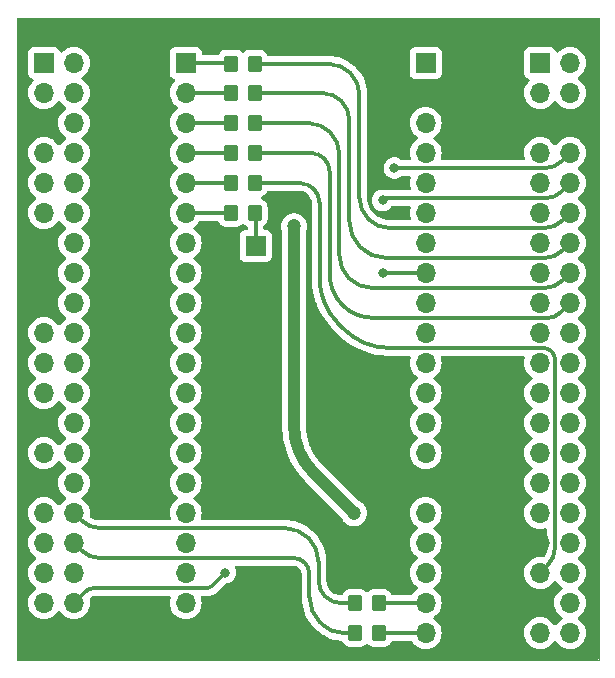
<source format=gbr>
%TF.GenerationSoftware,KiCad,Pcbnew,8.0.5-8.0.5-0~ubuntu24.04.1*%
%TF.CreationDate,2024-09-16T22:52:31+02:00*%
%TF.ProjectId,fx3_tn20k_adapter,6678335f-746e-4323-906b-5f6164617074,0.0.1*%
%TF.SameCoordinates,Original*%
%TF.FileFunction,Copper,L2,Bot*%
%TF.FilePolarity,Positive*%
%FSLAX46Y46*%
G04 Gerber Fmt 4.6, Leading zero omitted, Abs format (unit mm)*
G04 Created by KiCad (PCBNEW 8.0.5-8.0.5-0~ubuntu24.04.1) date 2024-09-16 22:52:31*
%MOMM*%
%LPD*%
G01*
G04 APERTURE LIST*
G04 Aperture macros list*
%AMRoundRect*
0 Rectangle with rounded corners*
0 $1 Rounding radius*
0 $2 $3 $4 $5 $6 $7 $8 $9 X,Y pos of 4 corners*
0 Add a 4 corners polygon primitive as box body*
4,1,4,$2,$3,$4,$5,$6,$7,$8,$9,$2,$3,0*
0 Add four circle primitives for the rounded corners*
1,1,$1+$1,$2,$3*
1,1,$1+$1,$4,$5*
1,1,$1+$1,$6,$7*
1,1,$1+$1,$8,$9*
0 Add four rect primitives between the rounded corners*
20,1,$1+$1,$2,$3,$4,$5,0*
20,1,$1+$1,$4,$5,$6,$7,0*
20,1,$1+$1,$6,$7,$8,$9,0*
20,1,$1+$1,$8,$9,$2,$3,0*%
G04 Aperture macros list end*
%TA.AperFunction,ComponentPad*%
%ADD10R,1.700000X1.700000*%
%TD*%
%TA.AperFunction,ComponentPad*%
%ADD11O,1.700000X1.700000*%
%TD*%
%TA.AperFunction,SMDPad,CuDef*%
%ADD12RoundRect,0.250000X-0.350000X-0.450000X0.350000X-0.450000X0.350000X0.450000X-0.350000X0.450000X0*%
%TD*%
%TA.AperFunction,SMDPad,CuDef*%
%ADD13RoundRect,0.250000X0.350000X0.450000X-0.350000X0.450000X-0.350000X-0.450000X0.350000X-0.450000X0*%
%TD*%
%TA.AperFunction,ViaPad*%
%ADD14C,1.200000*%
%TD*%
%TA.AperFunction,ViaPad*%
%ADD15C,0.800000*%
%TD*%
%TA.AperFunction,Conductor*%
%ADD16C,0.320000*%
%TD*%
%TA.AperFunction,Conductor*%
%ADD17C,1.000000*%
%TD*%
%TA.AperFunction,Profile*%
%ADD18C,0.100000*%
%TD*%
G04 APERTURE END LIST*
D10*
%TO.P,J3,1,V3P3*%
%TO.N,VDD*%
X201803000Y-72390000D03*
D11*
%TO.P,J3,2,V1P2*%
%TO.N,unconnected-(J3-V1P2-Pad2)*%
X204343000Y-72390000D03*
%TO.P,J3,3,USB3_VBUS*%
%TO.N,+5V*%
X201803000Y-74930000D03*
%TO.P,J3,4,USB3_VBUS*%
X204343000Y-74930000D03*
%TO.P,J3,6,GND*%
%TO.N,GND*%
X204343000Y-77470000D03*
%TO.P,J3,7,CTL12*%
%TO.N,unconnected-(J3-CTL12-Pad7)*%
X201803000Y-80010000D03*
%TO.P,J3,8,DQ15*%
%TO.N,Net-(J3-DQ15)*%
X204343000Y-80010000D03*
%TO.P,J3,9,CTL11*%
%TO.N,unconnected-(J3-CTL11-Pad9)*%
X201803000Y-82550000D03*
%TO.P,J3,10,DQ14*%
%TO.N,Net-(J3-DQ14)*%
X204343000Y-82550000D03*
%TO.P,J3,11,CTL10*%
%TO.N,unconnected-(J3-CTL10-Pad11)*%
X201803000Y-85090000D03*
%TO.P,J3,12,DQ13*%
%TO.N,Net-(J3-DQ13)*%
X204343000Y-85090000D03*
%TO.P,J3,13,CTL9*%
%TO.N,unconnected-(J3-CTL9-Pad13)*%
X201803000Y-87630000D03*
%TO.P,J3,14,DQ12*%
%TO.N,Net-(J3-DQ12)*%
X204343000Y-87630000D03*
%TO.P,J3,15,CTL8*%
%TO.N,unconnected-(J3-CTL8-Pad15)*%
X201803000Y-90170000D03*
%TO.P,J3,16,DQ11*%
%TO.N,Net-(J3-DQ11)*%
X204343000Y-90170000D03*
%TO.P,J3,17,CTL7*%
%TO.N,unconnected-(J3-CTL7-Pad17)*%
X201803000Y-92710000D03*
%TO.P,J3,18,DQ10*%
%TO.N,Net-(J3-DQ10)*%
X204343000Y-92710000D03*
%TO.P,J3,19,CTL6*%
%TO.N,unconnected-(J3-CTL6-Pad19)*%
X201803000Y-95250000D03*
%TO.P,J3,20,DQ9*%
%TO.N,Net-(J3-DQ9)*%
X204343000Y-95250000D03*
%TO.P,J3,21,CTL5*%
%TO.N,unconnected-(J3-CTL5-Pad21)*%
X201803000Y-97790000D03*
%TO.P,J3,22,DQ8*%
%TO.N,Net-(J3-DQ8)*%
X204343000Y-97790000D03*
%TO.P,J3,23,CTL4_SW*%
%TO.N,unconnected-(J3-CTL4_SW-Pad23)*%
X201803000Y-100330000D03*
%TO.P,J3,24,DQ7*%
%TO.N,Net-(J3-DQ7)*%
X204343000Y-100330000D03*
%TO.P,J3,25,CTL3*%
%TO.N,unconnected-(J3-CTL3-Pad25)*%
X201803000Y-102870000D03*
%TO.P,J3,26,DQ6*%
%TO.N,Net-(J3-DQ6)*%
X204343000Y-102870000D03*
%TO.P,J3,27,CTL2*%
%TO.N,unconnected-(J3-CTL2-Pad27)*%
X201803000Y-105410000D03*
%TO.P,J3,28,DQ5*%
%TO.N,Net-(J3-DQ5)*%
X204343000Y-105410000D03*
%TO.P,J3,29,CTL1*%
%TO.N,unconnected-(J3-CTL1-Pad29)*%
X201803000Y-107950000D03*
%TO.P,J3,30,DQ4*%
%TO.N,Net-(J3-DQ4)*%
X204343000Y-107950000D03*
%TO.P,J3,31,CTL0*%
%TO.N,unconnected-(J3-CTL0-Pad31)*%
X201803000Y-110490000D03*
%TO.P,J3,32,DQ3*%
%TO.N,Net-(J3-DQ3)*%
X204343000Y-110490000D03*
%TO.P,J3,33,GND*%
%TO.N,GND*%
X201803000Y-113030000D03*
%TO.P,J3,34,DQ2*%
%TO.N,Net-(J3-DQ2)*%
X204343000Y-113030000D03*
%TO.P,J3,35,PCLK*%
%TO.N,Net-(J3-PCLK)*%
X201803000Y-115570000D03*
%TO.P,J3,36,DQ1*%
%TO.N,Net-(J3-DQ1)*%
X204343000Y-115570000D03*
%TO.P,J3,37,GND*%
%TO.N,GND*%
X201803000Y-118110000D03*
%TO.P,J3,38,DQ0*%
%TO.N,Net-(J3-DQ0)*%
X204343000Y-118110000D03*
%TO.P,J3,39,I2C_SDA_FX3*%
%TO.N,unconnected-(J3-I2C_SDA_FX3-Pad39)*%
X201803000Y-120650000D03*
%TO.P,J3,40,I2C_SCL_FX3*%
%TO.N,unconnected-(J3-I2C_SCL_FX3-Pad40)*%
X204343000Y-120650000D03*
%TD*%
D10*
%TO.P,J2,1,Pin_1*%
%TO.N,Net-(J2-Pin_1)*%
X171803000Y-72390000D03*
D11*
%TO.P,J2,2,Pin_2*%
%TO.N,Net-(J2-Pin_2)*%
X171803000Y-74930000D03*
%TO.P,J2,3,Pin_3*%
%TO.N,Net-(J2-Pin_3)*%
X171803000Y-77470000D03*
%TO.P,J2,4,Pin_4*%
%TO.N,Net-(J2-Pin_4)*%
X171803000Y-80010000D03*
%TO.P,J2,5,Pin_5*%
%TO.N,Net-(J2-Pin_5)*%
X171803000Y-82550000D03*
%TO.P,J2,6,Pin_6*%
%TO.N,Net-(J2-Pin_6)*%
X171803000Y-85090000D03*
%TO.P,J2,7,Pin_7*%
%TO.N,Net-(J2-Pin_7)*%
X171803000Y-87630000D03*
%TO.P,J2,8,Pin_8*%
%TO.N,Net-(J2-Pin_8)*%
X171803000Y-90170000D03*
%TO.P,J2,9,Pin_9*%
%TO.N,Net-(J2-Pin_9)*%
X171803000Y-92710000D03*
%TO.P,J2,10,Pin_10*%
%TO.N,Net-(J2-Pin_10)*%
X171803000Y-95250000D03*
%TO.P,J2,11,Pin_11*%
%TO.N,Net-(J2-Pin_11)*%
X171803000Y-97790000D03*
%TO.P,J2,12,Pin_12*%
%TO.N,Net-(J2-Pin_12)*%
X171803000Y-100330000D03*
%TO.P,J2,13,Pin_13*%
%TO.N,Net-(J2-Pin_13)*%
X171803000Y-102870000D03*
%TO.P,J2,14,Pin_14*%
%TO.N,Net-(J2-Pin_14)*%
X171803000Y-105410000D03*
%TO.P,J2,15,Pin_15*%
%TO.N,Net-(J2-Pin_15)*%
X171803000Y-107950000D03*
%TO.P,J2,16,Pin_16*%
%TO.N,Net-(J2-Pin_16)*%
X171803000Y-110490000D03*
%TO.P,J2,17,Pin_17*%
%TO.N,Net-(J2-Pin_17)*%
X171803000Y-113030000D03*
%TO.P,J2,18,Pin_18*%
%TO.N,Net-(J2-Pin_18)*%
X171803000Y-115570000D03*
%TO.P,J2,19,Pin_19*%
%TO.N,VDD*%
X171803000Y-118110000D03*
%TO.P,J2,20,Pin_20*%
%TO.N,GND*%
X171803000Y-120650000D03*
%TD*%
D10*
%TO.P,J32,1,Pin_1*%
%TO.N,Net-(J32-Pin_1)*%
X177723800Y-87884000D03*
%TD*%
%TO.P,J1,1,Pin_1*%
%TO.N,+5V*%
X192123000Y-72390000D03*
D11*
%TO.P,J1,2,Pin_2*%
%TO.N,GND*%
X192123000Y-74930000D03*
%TO.P,J1,3,Pin_3*%
%TO.N,Net-(J1-Pin_3)*%
X192123000Y-77470000D03*
%TO.P,J1,4,Pin_4*%
%TO.N,Net-(J1-Pin_4)*%
X192123000Y-80010000D03*
%TO.P,J1,5,Pin_5*%
%TO.N,Net-(J1-Pin_5)*%
X192123000Y-82550000D03*
%TO.P,J1,6,Pin_6*%
%TO.N,Net-(J1-Pin_6)*%
X192123000Y-85090000D03*
%TO.P,J1,7,Pin_7*%
%TO.N,Net-(J1-Pin_7)*%
X192123000Y-87630000D03*
%TO.P,J1,8,Pin_8*%
%TO.N,Net-(J1-Pin_8)*%
X192123000Y-90170000D03*
%TO.P,J1,9,Pin_9*%
%TO.N,Net-(J1-Pin_9)*%
X192123000Y-92710000D03*
%TO.P,J1,10,Pin_10*%
%TO.N,Net-(J1-Pin_10)*%
X192123000Y-95250000D03*
%TO.P,J1,11,Pin_11*%
%TO.N,Net-(J1-Pin_11)*%
X192123000Y-97790000D03*
%TO.P,J1,12,Pin_12*%
%TO.N,Net-(J1-Pin_12)*%
X192123000Y-100330000D03*
%TO.P,J1,13,Pin_13*%
%TO.N,Net-(J1-Pin_13)*%
X192123000Y-102870000D03*
%TO.P,J1,14,Pin_14*%
%TO.N,Net-(J1-Pin_14)*%
X192123000Y-105410000D03*
%TO.P,J1,15,Pin_15*%
%TO.N,GND*%
X192123000Y-107950000D03*
%TO.P,J1,16,Pin_16*%
%TO.N,VDD*%
X192123000Y-110490000D03*
%TO.P,J1,17,Pin_17*%
%TO.N,Net-(J1-Pin_17)*%
X192123000Y-113030000D03*
%TO.P,J1,18,Pin_18*%
%TO.N,Net-(J1-Pin_18)*%
X192123000Y-115570000D03*
%TO.P,J1,19,Pin_19*%
%TO.N,Net-(J1-Pin_19)*%
X192123000Y-118110000D03*
%TO.P,J1,20,Pin_20*%
%TO.N,Net-(J1-Pin_20)*%
X192123000Y-120650000D03*
%TD*%
D10*
%TO.P,J4,1,V3P3*%
%TO.N,VDD*%
X159800000Y-72390000D03*
D11*
%TO.P,J4,2,V1P2*%
%TO.N,unconnected-(J4-V1P2-Pad2)*%
X162340000Y-72390000D03*
%TO.P,J4,3,INT_N_CTL15*%
%TO.N,unconnected-(J4-INT_N_CTL15-Pad3)*%
X159800000Y-74930000D03*
%TO.P,J4,4,VIO*%
%TO.N,unconnected-(J4-VIO-Pad4)*%
X162340000Y-74930000D03*
%TO.P,J4,6,DQ31*%
%TO.N,Net-(J4-DQ31)*%
X162340000Y-77470000D03*
%TO.P,J4,7,PMODE_2*%
%TO.N,unconnected-(J4-PMODE_2-Pad7)*%
X159800000Y-80010000D03*
%TO.P,J4,8,DQ30*%
%TO.N,Net-(J4-DQ30)*%
X162340000Y-80010000D03*
%TO.P,J4,9,PMODE_1*%
%TO.N,unconnected-(J4-PMODE_1-Pad9)*%
X159800000Y-82550000D03*
%TO.P,J4,10,DQ29*%
%TO.N,Net-(J4-DQ29)*%
X162340000Y-82550000D03*
%TO.P,J4,11,PMODE_0*%
%TO.N,unconnected-(J4-PMODE_0-Pad11)*%
X159800000Y-85090000D03*
%TO.P,J4,12,DQ28*%
%TO.N,Net-(J4-DQ28)*%
X162340000Y-85090000D03*
%TO.P,J4,13,GND*%
%TO.N,GND*%
X159800000Y-87630000D03*
%TO.P,J4,14,GPIO45*%
%TO.N,unconnected-(J4-GPIO45-Pad14)*%
X162340000Y-87630000D03*
%TO.P,J4,15,GND*%
%TO.N,GND*%
X159800000Y-90170000D03*
%TO.P,J4,16,DQ27*%
%TO.N,Net-(J4-DQ27)*%
X162340000Y-90170000D03*
%TO.P,J4,17,GND*%
%TO.N,GND*%
X159800000Y-92710000D03*
%TO.P,J4,18,DQ26*%
%TO.N,Net-(J4-DQ26)*%
X162340000Y-92710000D03*
%TO.P,J4,19,SPI-MOSI_UART-RX*%
%TO.N,unconnected-(J4-SPI-MOSI_UART-RX-Pad19)*%
X159800000Y-95250000D03*
%TO.P,J4,20,DQ25*%
%TO.N,Net-(J4-DQ25)*%
X162340000Y-95250000D03*
%TO.P,J4,21,SPI-MISO_UART_TX*%
%TO.N,unconnected-(J4-SPI-MISO_UART_TX-Pad21)*%
X159800000Y-97790000D03*
%TO.P,J4,22,DQ24*%
%TO.N,Net-(J4-DQ24)*%
X162340000Y-97790000D03*
%TO.P,J4,23,SPI-SSN_UART-CTS*%
%TO.N,unconnected-(J4-SPI-SSN_UART-CTS-Pad23)*%
X159800000Y-100330000D03*
%TO.P,J4,24,DQ23*%
%TO.N,Net-(J4-DQ23)*%
X162340000Y-100330000D03*
%TO.P,J4,25,GND*%
%TO.N,GND*%
X159800000Y-102870000D03*
%TO.P,J4,26,DQ22*%
%TO.N,Net-(J4-DQ22)*%
X162340000Y-102870000D03*
%TO.P,J4,27,SPI-SCK_UART-RTS*%
%TO.N,unconnected-(J4-SPI-SCK_UART-RTS-Pad27)*%
X159800000Y-105410000D03*
%TO.P,J4,28,DQ21*%
%TO.N,Net-(J4-DQ21)*%
X162340000Y-105410000D03*
%TO.P,J4,29,GND*%
%TO.N,GND*%
X159800000Y-107950000D03*
%TO.P,J4,30,DQ20*%
%TO.N,Net-(J4-DQ20)*%
X162340000Y-107950000D03*
%TO.P,J4,31,I2S_WS*%
%TO.N,unconnected-(J4-I2S_WS-Pad31)*%
X159800000Y-110490000D03*
%TO.P,J4,32,DQ19*%
%TO.N,Net-(J4-DQ19)*%
X162340000Y-110490000D03*
%TO.P,J4,33,I2S_SD*%
%TO.N,unconnected-(J4-I2S_SD-Pad33)*%
X159800000Y-113030000D03*
%TO.P,J4,34,DQ18*%
%TO.N,Net-(J4-DQ18)*%
X162340000Y-113030000D03*
%TO.P,J4,35,GPIO57_I2S-MCLK_VIO3_SW*%
%TO.N,unconnected-(J4-GPIO57_I2S-MCLK_VIO3_SW-Pad35)*%
X159800000Y-115570000D03*
%TO.P,J4,36,DQ17*%
%TO.N,Net-(J4-DQ17)*%
X162340000Y-115570000D03*
%TO.P,J4,37,I2S_CLK*%
%TO.N,unconnected-(J4-I2S_CLK-Pad37)*%
X159800000Y-118110000D03*
%TO.P,J4,38,DQ16*%
%TO.N,Net-(J4-DQ16)*%
X162340000Y-118110000D03*
%TO.P,J4,39,GND*%
%TO.N,GND*%
X159800000Y-120650000D03*
%TO.P,J4,40,GND*%
X162340000Y-120650000D03*
%TD*%
D12*
%TO.P,R10,1*%
%TO.N,Net-(J2-Pin_4)*%
X175631600Y-80010000D03*
%TO.P,R10,2*%
%TO.N,Net-(J3-DQ10)*%
X177631600Y-80010000D03*
%TD*%
%TO.P,R13,1*%
%TO.N,Net-(J2-Pin_1)*%
X175631000Y-72454000D03*
%TO.P,R13,2*%
%TO.N,Net-(J3-DQ13)*%
X177631000Y-72454000D03*
%TD*%
%TO.P,R32,1*%
%TO.N,Net-(J2-Pin_6)*%
X175631600Y-85090000D03*
%TO.P,R32,2*%
%TO.N,Net-(J32-Pin_1)*%
X177631600Y-85090000D03*
%TD*%
%TO.P,RC1,1*%
%TO.N,Net-(J2-Pin_5)*%
X175631600Y-82550000D03*
%TO.P,RC1,2*%
%TO.N,Net-(J3-PCLK)*%
X177631600Y-82550000D03*
%TD*%
D13*
%TO.P,R18,1*%
%TO.N,Net-(J1-Pin_20)*%
X188163200Y-120650000D03*
%TO.P,R18,2*%
%TO.N,Net-(J4-DQ18)*%
X186163200Y-120650000D03*
%TD*%
%TO.P,R19,1*%
%TO.N,Net-(J1-Pin_19)*%
X188137800Y-118110000D03*
%TO.P,R19,2*%
%TO.N,Net-(J4-DQ19)*%
X186137800Y-118110000D03*
%TD*%
D12*
%TO.P,R11,1*%
%TO.N,Net-(J2-Pin_3)*%
X175631600Y-77470000D03*
%TO.P,R11,2*%
%TO.N,Net-(J3-DQ11)*%
X177631600Y-77470000D03*
%TD*%
%TO.P,R12,1*%
%TO.N,Net-(J2-Pin_2)*%
X175631600Y-74930000D03*
%TO.P,R12,2*%
%TO.N,Net-(J3-DQ12)*%
X177631600Y-74930000D03*
%TD*%
D14*
%TO.N,VDD*%
X186055000Y-110500200D03*
X180975000Y-86233000D03*
D15*
%TO.N,GND*%
X189661800Y-103911400D03*
X184581800Y-116306600D03*
X184073800Y-97764600D03*
X183007000Y-103886000D03*
X184099200Y-112344200D03*
X179222400Y-84023200D03*
X184607200Y-106629200D03*
X189941200Y-116027200D03*
X190119000Y-85140800D03*
X195605400Y-74371200D03*
X176326800Y-104470200D03*
X184251600Y-100482400D03*
X178587400Y-98729800D03*
X194360800Y-117424200D03*
X186486800Y-71678800D03*
X173913800Y-96570800D03*
X199364600Y-118211600D03*
X180441600Y-107442000D03*
X186258200Y-103174800D03*
X176174400Y-110083600D03*
X165100000Y-74828400D03*
X173990000Y-110490000D03*
X164719000Y-71755000D03*
X201574400Y-69469000D03*
X197764400Y-78511400D03*
X178689000Y-106832400D03*
X169443400Y-71628000D03*
X188849000Y-74345800D03*
X189839600Y-112141000D03*
X176377600Y-100888800D03*
X168859200Y-74599800D03*
X199186800Y-121742200D03*
X168706800Y-78003400D03*
X189306200Y-108940600D03*
X180492400Y-110490000D03*
X199466200Y-112877600D03*
X169291000Y-118059200D03*
X169392600Y-80568800D03*
X189128400Y-98247200D03*
X194716400Y-77901800D03*
X177266600Y-121666000D03*
X199415400Y-79908400D03*
X165912800Y-77546200D03*
X196723000Y-109270800D03*
X179095400Y-104267000D03*
X178460400Y-109499400D03*
X194538600Y-121691400D03*
X193929000Y-111379000D03*
X174701200Y-88874600D03*
X174218600Y-86817200D03*
X189560200Y-77597000D03*
X205409800Y-69824600D03*
X186639200Y-114427000D03*
X189890400Y-82702400D03*
X182880000Y-94843600D03*
X164820600Y-118186200D03*
X178917600Y-91592400D03*
X178231800Y-116509800D03*
X176682400Y-91541600D03*
X158546800Y-69621400D03*
X177546000Y-94970600D03*
X187172600Y-100355400D03*
X187833000Y-79705200D03*
%TO.N,Net-(J3-DQ15)*%
X189458600Y-81280000D03*
%TO.N,Net-(J3-DQ14)*%
X188468000Y-84023200D03*
%TO.N,Net-(J4-DQ16)*%
X175158400Y-115544600D03*
%TO.N,Net-(J1-Pin_8)*%
X188468000Y-90170000D03*
%TD*%
D16*
%TO.N,Net-(J3-DQ10)*%
X203539973Y-93513026D02*
G75*
G02*
X202412600Y-93979984I-1127373J1127426D01*
G01*
X187664806Y-93969200D02*
G75*
G02*
X185071698Y-92895102I-6J3667200D01*
G01*
X185071700Y-92895100D02*
G75*
G02*
X183997603Y-90301993I2593100J2593100D01*
G01*
X202412600Y-93980000D02*
X187675606Y-93980000D01*
X182393261Y-80010000D02*
X177631600Y-80010000D01*
X183997600Y-81614338D02*
G75*
G03*
X183527711Y-80479889I-1604300J38D01*
G01*
X183527700Y-80479900D02*
G75*
G03*
X182393261Y-80010016I-1134400J-1134400D01*
G01*
X204343000Y-92710000D02*
X203539973Y-93513026D01*
X187675606Y-93980000D02*
X187664806Y-93969200D01*
X183997600Y-90301993D02*
X183997600Y-81614338D01*
%TO.N,Net-(J32-Pin_1)*%
X177677700Y-85136100D02*
G75*
G02*
X177723802Y-85247395I-111300J-111300D01*
G01*
%TO.N,Net-(J2-Pin_1)*%
X175599000Y-72422000D02*
G75*
G03*
X175521745Y-72389952I-77300J-77200D01*
G01*
%TO.N,Net-(J3-PCLK)*%
X202780900Y-96812100D02*
G75*
G03*
X202075708Y-96519997I-705200J-705200D01*
G01*
X203073000Y-113401974D02*
G75*
G02*
X202438008Y-114935008I-2168000J-26D01*
G01*
X183134000Y-90608436D02*
G75*
G03*
X184727800Y-94456184I5441600J36D01*
G01*
X185197807Y-94926207D02*
G75*
G03*
X189045563Y-96520011I3847793J3847807D01*
G01*
X202780900Y-96812100D02*
G75*
G02*
X203073003Y-97517291I-705200J-705200D01*
G01*
X182638700Y-83045300D02*
G75*
G02*
X183134017Y-84241059I-1195800J-1195800D01*
G01*
X182638700Y-83045300D02*
G75*
G03*
X181442940Y-82549983I-1195800J-1195800D01*
G01*
%TO.N,Net-(J4-DQ16)*%
X164062900Y-116840000D02*
G75*
G03*
X163289751Y-117160248I0J-1093400D01*
G01*
X173997703Y-116705296D02*
G75*
G02*
X173672500Y-116840002I-325203J325196D01*
G01*
X173672500Y-116840000D02*
X173291500Y-116840000D01*
X164968700Y-116840000D02*
X164062900Y-116840000D01*
%TO.N,Net-(J4-DQ18)*%
X183335085Y-119911285D02*
G75*
G03*
X185118500Y-120650008I1783415J1783385D01*
G01*
X182270400Y-117571403D02*
G75*
G03*
X183172101Y-119748299I3078600J3D01*
G01*
X162975000Y-113665000D02*
G75*
G03*
X164508025Y-114299989I1533000J1533000D01*
G01*
X181876700Y-114693700D02*
G75*
G02*
X182270410Y-115644175I-950500J-950500D01*
G01*
X181876700Y-114693700D02*
G75*
G03*
X180926224Y-114299990I-950500J-950500D01*
G01*
%TO.N,Net-(J4-DQ19)*%
X183057800Y-116245497D02*
G75*
G03*
X183603899Y-117563901I1864500J-3D01*
G01*
X182206900Y-112610900D02*
G75*
G03*
X180152645Y-111759981I-2054300J-2054300D01*
G01*
X162975000Y-111125000D02*
G75*
G03*
X164508025Y-111759989I1533000J1533000D01*
G01*
X182206900Y-112610900D02*
G75*
G02*
X183057819Y-114665154I-2054300J-2054300D01*
G01*
X183603900Y-117563900D02*
G75*
G03*
X184922302Y-118109999I1318400J1318400D01*
G01*
%TO.N,Net-(J3-DQ11)*%
X184810400Y-88664927D02*
G75*
G03*
X185623208Y-90627192I2775100J27D01*
G01*
X203708000Y-90805000D02*
G75*
G02*
X202174974Y-91439989I-1533000J1533000D01*
G01*
X184035700Y-78244700D02*
G75*
G02*
X184810404Y-80114991I-1870300J-1870300D01*
G01*
X185623200Y-90627200D02*
G75*
G03*
X187585472Y-91440011I1962300J1962300D01*
G01*
X184035700Y-78244700D02*
G75*
G03*
X182165408Y-77469996I-1870300J-1870300D01*
G01*
%TO.N,Net-(J3-DQ12)*%
X184975500Y-75603100D02*
G75*
G02*
X185648597Y-77228107I-1625000J-1625000D01*
G01*
X203708000Y-88265000D02*
G75*
G02*
X202174974Y-88899989I-1533000J1533000D01*
G01*
X184975500Y-75603100D02*
G75*
G03*
X183350492Y-74930003I-1625000J-1625000D01*
G01*
X185648600Y-85778043D02*
G75*
G03*
X186563033Y-87985567I3121900J43D01*
G01*
X186563000Y-87985600D02*
G75*
G03*
X188770556Y-88900018I2207600J2207600D01*
G01*
%TO.N,Net-(J3-DQ13)*%
X203708000Y-85725000D02*
G75*
G02*
X202174974Y-86359989I-1533000J1533000D01*
G01*
X185731400Y-73234800D02*
G75*
G03*
X183846382Y-72454007I-1885000J-1885000D01*
G01*
X186512200Y-83801729D02*
G75*
G03*
X187261509Y-85610691I2558300J29D01*
G01*
X187261500Y-85610700D02*
G75*
G03*
X189070470Y-86360012I1809000J1809000D01*
G01*
X185731400Y-73234800D02*
G75*
G02*
X186512193Y-75119817I-1885000J-1885000D01*
G01*
%TO.N,Net-(J3-DQ14)*%
X203575894Y-83317105D02*
G75*
G02*
X202361800Y-83819996I-1214094J1214105D01*
G01*
X201790300Y-83820000D02*
X201790300Y-83820000D01*
X188814884Y-83820000D02*
G75*
G03*
X188569605Y-83921605I16J-346900D01*
G01*
X201790300Y-83820000D02*
X201790300Y-83820000D01*
%TO.N,Net-(J3-DQ15)*%
X203629775Y-80723224D02*
G75*
G02*
X202285600Y-81279985I-1344175J1344224D01*
G01*
X202285600Y-81280000D02*
X200710800Y-81280000D01*
D17*
%TO.N,VDD*%
X186051393Y-110486393D02*
G75*
G02*
X186055004Y-110495100I-8693J-8707D01*
G01*
X180975000Y-103156036D02*
G75*
G03*
X182568800Y-107003784I5441600J36D01*
G01*
X186055000Y-110500200D02*
X186055000Y-110495100D01*
X180975000Y-103156036D02*
X180975000Y-86233000D01*
X186051393Y-110486393D02*
X182568792Y-107003792D01*
D16*
%TO.N,Net-(J3-DQ15)*%
X203629775Y-80723224D02*
X204343000Y-80010000D01*
X189458600Y-81280000D02*
X200710800Y-81280000D01*
%TO.N,Net-(J3-DQ14)*%
X188569600Y-83921600D02*
X188468000Y-84023200D01*
X188814884Y-83820000D02*
X201790300Y-83820000D01*
X202361800Y-83820000D02*
X201790300Y-83820000D01*
X203575894Y-83317105D02*
X204343000Y-82550000D01*
%TO.N,Net-(J3-DQ13)*%
X186512200Y-83801729D02*
X186512200Y-75119817D01*
X183846382Y-72454000D02*
X177631000Y-72454000D01*
X203708000Y-85725000D02*
X204343000Y-85090000D01*
X202174974Y-86360000D02*
X189070470Y-86360000D01*
%TO.N,Net-(J3-DQ12)*%
X185648600Y-77228107D02*
X185648600Y-85778043D01*
X183350492Y-74930000D02*
X177631600Y-74930000D01*
X202174974Y-88900000D02*
X188770556Y-88900000D01*
X203708000Y-88265000D02*
X204343000Y-87630000D01*
%TO.N,Net-(J3-DQ11)*%
X203708000Y-90805000D02*
X204343000Y-90170000D01*
X202174974Y-91440000D02*
X187585472Y-91440000D01*
X184810400Y-88664927D02*
X184810400Y-80114991D01*
X182165408Y-77470000D02*
X177631600Y-77470000D01*
%TO.N,Net-(J4-DQ19)*%
X162975000Y-111125000D02*
X162340000Y-110490000D01*
X183057800Y-116245497D02*
X183057800Y-114665154D01*
X184922302Y-118110000D02*
X186137800Y-118110000D01*
X180152645Y-111760000D02*
X164508025Y-111760000D01*
%TO.N,Net-(J4-DQ18)*%
X183335085Y-119911285D02*
X183172100Y-119748300D01*
X164508025Y-114300000D02*
X180926224Y-114300000D01*
X185118500Y-120650000D02*
X186163200Y-120650000D01*
X182270400Y-117571403D02*
X182270400Y-115644175D01*
X162975000Y-113665000D02*
X162340000Y-113030000D01*
%TO.N,Net-(J4-DQ16)*%
X163289751Y-117160248D02*
X162340000Y-118110000D01*
X173997703Y-116705296D02*
X175158400Y-115544600D01*
X173291500Y-116840000D02*
X164968700Y-116840000D01*
%TO.N,Net-(J3-PCLK)*%
X203073000Y-113401974D02*
X203073000Y-97517291D01*
X183134000Y-90608436D02*
X183134000Y-84241059D01*
X202075708Y-96520000D02*
X189045563Y-96520000D01*
X181442940Y-82550000D02*
X177631600Y-82550000D01*
X202438000Y-114935000D02*
X201803000Y-115570000D01*
X184727792Y-94456192D02*
X185197807Y-94926207D01*
%TO.N,Net-(J1-Pin_20)*%
X188163200Y-120650000D02*
X192123000Y-120650000D01*
%TO.N,Net-(J1-Pin_8)*%
X188468000Y-90170000D02*
X188442600Y-90170000D01*
X188468000Y-90170000D02*
X192123000Y-90170000D01*
%TO.N,Net-(J1-Pin_19)*%
X188137800Y-118110000D02*
X192123000Y-118110000D01*
%TO.N,Net-(J2-Pin_1)*%
X175521745Y-72390000D02*
X171803000Y-72390000D01*
X175599000Y-72422000D02*
X175631000Y-72454000D01*
%TO.N,Net-(J2-Pin_4)*%
X171803000Y-80010000D02*
X175631600Y-80010000D01*
%TO.N,Net-(J2-Pin_5)*%
X171803000Y-82550000D02*
X175631600Y-82550000D01*
%TO.N,Net-(J2-Pin_3)*%
X171803000Y-77470000D02*
X175631600Y-77470000D01*
%TO.N,Net-(J2-Pin_6)*%
X171803000Y-85090000D02*
X175631600Y-85090000D01*
%TO.N,Net-(J2-Pin_2)*%
X171803000Y-74930000D02*
X175631600Y-74930000D01*
%TO.N,Net-(J32-Pin_1)*%
X177723800Y-85247395D02*
X177723800Y-87884000D01*
X177677700Y-85136100D02*
X177631600Y-85090000D01*
%TD*%
%TA.AperFunction,Conductor*%
%TO.N,GND*%
G36*
X206699039Y-68599685D02*
G01*
X206744794Y-68652489D01*
X206756000Y-68704000D01*
X206756000Y-122812000D01*
X206736315Y-122879039D01*
X206683511Y-122924794D01*
X206632000Y-122936000D01*
X157604000Y-122936000D01*
X157536961Y-122916315D01*
X157491206Y-122863511D01*
X157480000Y-122812000D01*
X157480000Y-74929999D01*
X158444341Y-74929999D01*
X158444341Y-74930000D01*
X158464936Y-75165403D01*
X158464938Y-75165413D01*
X158526094Y-75393655D01*
X158526096Y-75393659D01*
X158526097Y-75393663D01*
X158606004Y-75565023D01*
X158625965Y-75607830D01*
X158625967Y-75607834D01*
X158690036Y-75699333D01*
X158761505Y-75801401D01*
X158928599Y-75968495D01*
X159025384Y-76036265D01*
X159122165Y-76104032D01*
X159122167Y-76104033D01*
X159122170Y-76104035D01*
X159336337Y-76203903D01*
X159564592Y-76265063D01*
X159752918Y-76281539D01*
X159799999Y-76285659D01*
X159800000Y-76285659D01*
X159800001Y-76285659D01*
X159839234Y-76282226D01*
X160035408Y-76265063D01*
X160263663Y-76203903D01*
X160477830Y-76104035D01*
X160671401Y-75968495D01*
X160838495Y-75801401D01*
X160968425Y-75615842D01*
X161023002Y-75572217D01*
X161092500Y-75565023D01*
X161154855Y-75596546D01*
X161171575Y-75615842D01*
X161301501Y-75801396D01*
X161301506Y-75801402D01*
X161468597Y-75968493D01*
X161468603Y-75968498D01*
X161654158Y-76098425D01*
X161697783Y-76153002D01*
X161704977Y-76222500D01*
X161673454Y-76284855D01*
X161654158Y-76301575D01*
X161468597Y-76431505D01*
X161301505Y-76598597D01*
X161165965Y-76792169D01*
X161165964Y-76792171D01*
X161066098Y-77006335D01*
X161066094Y-77006344D01*
X161004938Y-77234586D01*
X161004936Y-77234596D01*
X160984341Y-77469999D01*
X160984341Y-77470000D01*
X161004936Y-77705403D01*
X161004938Y-77705413D01*
X161066094Y-77933655D01*
X161066096Y-77933659D01*
X161066097Y-77933663D01*
X161095827Y-77997419D01*
X161165965Y-78147830D01*
X161165967Y-78147834D01*
X161301501Y-78341395D01*
X161301506Y-78341402D01*
X161468597Y-78508493D01*
X161468603Y-78508498D01*
X161654158Y-78638425D01*
X161697783Y-78693002D01*
X161704977Y-78762500D01*
X161673454Y-78824855D01*
X161654158Y-78841575D01*
X161468597Y-78971505D01*
X161301505Y-79138597D01*
X161171575Y-79324158D01*
X161116998Y-79367783D01*
X161047500Y-79374977D01*
X160985145Y-79343454D01*
X160968425Y-79324158D01*
X160838494Y-79138597D01*
X160671402Y-78971506D01*
X160671395Y-78971501D01*
X160665378Y-78967288D01*
X160632521Y-78944281D01*
X160477834Y-78835967D01*
X160477830Y-78835965D01*
X160477828Y-78835964D01*
X160263663Y-78736097D01*
X160263659Y-78736096D01*
X160263655Y-78736094D01*
X160035413Y-78674938D01*
X160035403Y-78674936D01*
X159800001Y-78654341D01*
X159799999Y-78654341D01*
X159564596Y-78674936D01*
X159564586Y-78674938D01*
X159336344Y-78736094D01*
X159336335Y-78736098D01*
X159122171Y-78835964D01*
X159122169Y-78835965D01*
X158928597Y-78971505D01*
X158761505Y-79138597D01*
X158625965Y-79332169D01*
X158625964Y-79332171D01*
X158526098Y-79546335D01*
X158526094Y-79546344D01*
X158464938Y-79774586D01*
X158464936Y-79774596D01*
X158444341Y-80009999D01*
X158444341Y-80010000D01*
X158464936Y-80245403D01*
X158464938Y-80245413D01*
X158526094Y-80473655D01*
X158526096Y-80473659D01*
X158526097Y-80473663D01*
X158593693Y-80618623D01*
X158625965Y-80687830D01*
X158625967Y-80687834D01*
X158689427Y-80778463D01*
X158761501Y-80881396D01*
X158761506Y-80881402D01*
X158928597Y-81048493D01*
X158928603Y-81048498D01*
X159114158Y-81178425D01*
X159157783Y-81233002D01*
X159164977Y-81302500D01*
X159133454Y-81364855D01*
X159114158Y-81381575D01*
X158928597Y-81511505D01*
X158761505Y-81678597D01*
X158625965Y-81872169D01*
X158625964Y-81872171D01*
X158526098Y-82086335D01*
X158526094Y-82086344D01*
X158464938Y-82314586D01*
X158464936Y-82314596D01*
X158444341Y-82549999D01*
X158444341Y-82550000D01*
X158464936Y-82785403D01*
X158464938Y-82785413D01*
X158526094Y-83013655D01*
X158526096Y-83013659D01*
X158526097Y-83013663D01*
X158606004Y-83185023D01*
X158625965Y-83227830D01*
X158625967Y-83227834D01*
X158689872Y-83319099D01*
X158761501Y-83421396D01*
X158761506Y-83421402D01*
X158928597Y-83588493D01*
X158928603Y-83588498D01*
X159114158Y-83718425D01*
X159157783Y-83773002D01*
X159164977Y-83842500D01*
X159133454Y-83904855D01*
X159114158Y-83921575D01*
X158928597Y-84051505D01*
X158761505Y-84218597D01*
X158625965Y-84412169D01*
X158625964Y-84412171D01*
X158526098Y-84626335D01*
X158526094Y-84626344D01*
X158464938Y-84854586D01*
X158464936Y-84854596D01*
X158444341Y-85089999D01*
X158444341Y-85090000D01*
X158464936Y-85325403D01*
X158464938Y-85325413D01*
X158526094Y-85553655D01*
X158526096Y-85553659D01*
X158526097Y-85553663D01*
X158593693Y-85698623D01*
X158625965Y-85767830D01*
X158625967Y-85767834D01*
X158729558Y-85915776D01*
X158761505Y-85961401D01*
X158928599Y-86128495D01*
X159015792Y-86189548D01*
X159122165Y-86264032D01*
X159122167Y-86264033D01*
X159122170Y-86264035D01*
X159336337Y-86363903D01*
X159564592Y-86425063D01*
X159752918Y-86441539D01*
X159799999Y-86445659D01*
X159800000Y-86445659D01*
X159800001Y-86445659D01*
X159839234Y-86442226D01*
X160035408Y-86425063D01*
X160263663Y-86363903D01*
X160477830Y-86264035D01*
X160671401Y-86128495D01*
X160838495Y-85961401D01*
X160968425Y-85775842D01*
X161023002Y-85732217D01*
X161092500Y-85725023D01*
X161154855Y-85756546D01*
X161171575Y-85775842D01*
X161301501Y-85961396D01*
X161301506Y-85961402D01*
X161468597Y-86128493D01*
X161468603Y-86128498D01*
X161654158Y-86258425D01*
X161697783Y-86313002D01*
X161704977Y-86382500D01*
X161673454Y-86444855D01*
X161654158Y-86461575D01*
X161468597Y-86591505D01*
X161301505Y-86758597D01*
X161165965Y-86952169D01*
X161165964Y-86952171D01*
X161066098Y-87166335D01*
X161066094Y-87166344D01*
X161004938Y-87394586D01*
X161004936Y-87394596D01*
X160984341Y-87629999D01*
X160984341Y-87630000D01*
X161004936Y-87865403D01*
X161004938Y-87865413D01*
X161066094Y-88093655D01*
X161066096Y-88093659D01*
X161066097Y-88093663D01*
X161100300Y-88167011D01*
X161165965Y-88307830D01*
X161165967Y-88307834D01*
X161301501Y-88501395D01*
X161301506Y-88501402D01*
X161468597Y-88668493D01*
X161468603Y-88668498D01*
X161654158Y-88798425D01*
X161697783Y-88853002D01*
X161704977Y-88922500D01*
X161673454Y-88984855D01*
X161654158Y-89001575D01*
X161468597Y-89131505D01*
X161301505Y-89298597D01*
X161165965Y-89492169D01*
X161165964Y-89492171D01*
X161066098Y-89706335D01*
X161066094Y-89706344D01*
X161004938Y-89934586D01*
X161004936Y-89934596D01*
X160984341Y-90169999D01*
X160984341Y-90170000D01*
X161004936Y-90405403D01*
X161004938Y-90405413D01*
X161066094Y-90633655D01*
X161066096Y-90633659D01*
X161066097Y-90633663D01*
X161109378Y-90726479D01*
X161165965Y-90847830D01*
X161165967Y-90847834D01*
X161213557Y-90915799D01*
X161296706Y-91034548D01*
X161301501Y-91041395D01*
X161301506Y-91041402D01*
X161468597Y-91208493D01*
X161468603Y-91208498D01*
X161654158Y-91338425D01*
X161697783Y-91393002D01*
X161704977Y-91462500D01*
X161673454Y-91524855D01*
X161654158Y-91541575D01*
X161468597Y-91671505D01*
X161301505Y-91838597D01*
X161165965Y-92032169D01*
X161165964Y-92032171D01*
X161066098Y-92246335D01*
X161066094Y-92246344D01*
X161004938Y-92474586D01*
X161004936Y-92474596D01*
X160984341Y-92709999D01*
X160984341Y-92710000D01*
X161004936Y-92945403D01*
X161004938Y-92945413D01*
X161066094Y-93173655D01*
X161066096Y-93173659D01*
X161066097Y-93173663D01*
X161165965Y-93387830D01*
X161165967Y-93387834D01*
X161274281Y-93542521D01*
X161293796Y-93570392D01*
X161301501Y-93581395D01*
X161301506Y-93581402D01*
X161468597Y-93748493D01*
X161468603Y-93748498D01*
X161654158Y-93878425D01*
X161697783Y-93933002D01*
X161704977Y-94002500D01*
X161673454Y-94064855D01*
X161654158Y-94081575D01*
X161468597Y-94211505D01*
X161301505Y-94378597D01*
X161171575Y-94564158D01*
X161116998Y-94607783D01*
X161047500Y-94614977D01*
X160985145Y-94583454D01*
X160968425Y-94564158D01*
X160838494Y-94378597D01*
X160671402Y-94211506D01*
X160671395Y-94211501D01*
X160477834Y-94075967D01*
X160477830Y-94075965D01*
X160477828Y-94075964D01*
X160263663Y-93976097D01*
X160263659Y-93976096D01*
X160263655Y-93976094D01*
X160035413Y-93914938D01*
X160035403Y-93914936D01*
X159800001Y-93894341D01*
X159799999Y-93894341D01*
X159564596Y-93914936D01*
X159564586Y-93914938D01*
X159336344Y-93976094D01*
X159336335Y-93976098D01*
X159122171Y-94075964D01*
X159122169Y-94075965D01*
X158928597Y-94211505D01*
X158761505Y-94378597D01*
X158625965Y-94572169D01*
X158625964Y-94572171D01*
X158526098Y-94786335D01*
X158526094Y-94786344D01*
X158464938Y-95014586D01*
X158464936Y-95014596D01*
X158444341Y-95249999D01*
X158444341Y-95250000D01*
X158464936Y-95485403D01*
X158464938Y-95485413D01*
X158526094Y-95713655D01*
X158526096Y-95713659D01*
X158526097Y-95713663D01*
X158594102Y-95859500D01*
X158625965Y-95927830D01*
X158625967Y-95927834D01*
X158723493Y-96067115D01*
X158761501Y-96121396D01*
X158761506Y-96121402D01*
X158928597Y-96288493D01*
X158928603Y-96288498D01*
X159114158Y-96418425D01*
X159157783Y-96473002D01*
X159164977Y-96542500D01*
X159133454Y-96604855D01*
X159114158Y-96621575D01*
X158928597Y-96751505D01*
X158761505Y-96918597D01*
X158625965Y-97112169D01*
X158625964Y-97112171D01*
X158526098Y-97326335D01*
X158526094Y-97326344D01*
X158464938Y-97554586D01*
X158464936Y-97554596D01*
X158444341Y-97789999D01*
X158444341Y-97790000D01*
X158464936Y-98025403D01*
X158464938Y-98025413D01*
X158526094Y-98253655D01*
X158526096Y-98253659D01*
X158526097Y-98253663D01*
X158530000Y-98262032D01*
X158625965Y-98467830D01*
X158625967Y-98467834D01*
X158734281Y-98622521D01*
X158761501Y-98661396D01*
X158761506Y-98661402D01*
X158928597Y-98828493D01*
X158928603Y-98828498D01*
X159114158Y-98958425D01*
X159157783Y-99013002D01*
X159164977Y-99082500D01*
X159133454Y-99144855D01*
X159114158Y-99161575D01*
X158928597Y-99291505D01*
X158761505Y-99458597D01*
X158625965Y-99652169D01*
X158625964Y-99652171D01*
X158526098Y-99866335D01*
X158526094Y-99866344D01*
X158464938Y-100094586D01*
X158464936Y-100094596D01*
X158444341Y-100329999D01*
X158444341Y-100330000D01*
X158464936Y-100565403D01*
X158464938Y-100565413D01*
X158526094Y-100793655D01*
X158526096Y-100793659D01*
X158526097Y-100793663D01*
X158530000Y-100802032D01*
X158625965Y-101007830D01*
X158625967Y-101007834D01*
X158734281Y-101162521D01*
X158761505Y-101201401D01*
X158928599Y-101368495D01*
X159025384Y-101436265D01*
X159122165Y-101504032D01*
X159122167Y-101504033D01*
X159122170Y-101504035D01*
X159336337Y-101603903D01*
X159564592Y-101665063D01*
X159752918Y-101681539D01*
X159799999Y-101685659D01*
X159800000Y-101685659D01*
X159800001Y-101685659D01*
X159839234Y-101682226D01*
X160035408Y-101665063D01*
X160263663Y-101603903D01*
X160477830Y-101504035D01*
X160671401Y-101368495D01*
X160838495Y-101201401D01*
X160968425Y-101015842D01*
X161023002Y-100972217D01*
X161092500Y-100965023D01*
X161154855Y-100996546D01*
X161171575Y-101015842D01*
X161301501Y-101201396D01*
X161301506Y-101201402D01*
X161468597Y-101368493D01*
X161468603Y-101368498D01*
X161654158Y-101498425D01*
X161697783Y-101553002D01*
X161704977Y-101622500D01*
X161673454Y-101684855D01*
X161654158Y-101701575D01*
X161468597Y-101831505D01*
X161301505Y-101998597D01*
X161165965Y-102192169D01*
X161165964Y-102192171D01*
X161066098Y-102406335D01*
X161066094Y-102406344D01*
X161004938Y-102634586D01*
X161004936Y-102634596D01*
X160984341Y-102869999D01*
X160984341Y-102870000D01*
X161004936Y-103105403D01*
X161004938Y-103105413D01*
X161066094Y-103333655D01*
X161066096Y-103333659D01*
X161066097Y-103333663D01*
X161090559Y-103386121D01*
X161165965Y-103547830D01*
X161165967Y-103547834D01*
X161301501Y-103741395D01*
X161301506Y-103741402D01*
X161468597Y-103908493D01*
X161468603Y-103908498D01*
X161654158Y-104038425D01*
X161697783Y-104093002D01*
X161704977Y-104162500D01*
X161673454Y-104224855D01*
X161654158Y-104241575D01*
X161468597Y-104371505D01*
X161301505Y-104538597D01*
X161171575Y-104724158D01*
X161116998Y-104767783D01*
X161047500Y-104774977D01*
X160985145Y-104743454D01*
X160968425Y-104724158D01*
X160838494Y-104538597D01*
X160671402Y-104371506D01*
X160671395Y-104371501D01*
X160477834Y-104235967D01*
X160477830Y-104235965D01*
X160477828Y-104235964D01*
X160263663Y-104136097D01*
X160263659Y-104136096D01*
X160263655Y-104136094D01*
X160035413Y-104074938D01*
X160035403Y-104074936D01*
X159800001Y-104054341D01*
X159799999Y-104054341D01*
X159564596Y-104074936D01*
X159564586Y-104074938D01*
X159336344Y-104136094D01*
X159336335Y-104136098D01*
X159122171Y-104235964D01*
X159122169Y-104235965D01*
X158928597Y-104371505D01*
X158761505Y-104538597D01*
X158625965Y-104732169D01*
X158625964Y-104732171D01*
X158526098Y-104946335D01*
X158526094Y-104946344D01*
X158464938Y-105174586D01*
X158464936Y-105174596D01*
X158444341Y-105409999D01*
X158444341Y-105410000D01*
X158464936Y-105645403D01*
X158464938Y-105645413D01*
X158526094Y-105873655D01*
X158526096Y-105873659D01*
X158526097Y-105873663D01*
X158530000Y-105882032D01*
X158625965Y-106087830D01*
X158625967Y-106087834D01*
X158734281Y-106242521D01*
X158761505Y-106281401D01*
X158928599Y-106448495D01*
X159025384Y-106516265D01*
X159122165Y-106584032D01*
X159122167Y-106584033D01*
X159122170Y-106584035D01*
X159336337Y-106683903D01*
X159564592Y-106745063D01*
X159752918Y-106761539D01*
X159799999Y-106765659D01*
X159800000Y-106765659D01*
X159800001Y-106765659D01*
X159839234Y-106762226D01*
X160035408Y-106745063D01*
X160263663Y-106683903D01*
X160477830Y-106584035D01*
X160671401Y-106448495D01*
X160838495Y-106281401D01*
X160968425Y-106095842D01*
X161023002Y-106052217D01*
X161092500Y-106045023D01*
X161154855Y-106076546D01*
X161171575Y-106095842D01*
X161301501Y-106281396D01*
X161301506Y-106281402D01*
X161468597Y-106448493D01*
X161468603Y-106448498D01*
X161654158Y-106578425D01*
X161697783Y-106633002D01*
X161704977Y-106702500D01*
X161673454Y-106764855D01*
X161654158Y-106781575D01*
X161468597Y-106911505D01*
X161301505Y-107078597D01*
X161165965Y-107272169D01*
X161165964Y-107272171D01*
X161066098Y-107486335D01*
X161066094Y-107486344D01*
X161004938Y-107714586D01*
X161004936Y-107714596D01*
X160984341Y-107949999D01*
X160984341Y-107950000D01*
X161004936Y-108185403D01*
X161004938Y-108185413D01*
X161066094Y-108413655D01*
X161066096Y-108413659D01*
X161066097Y-108413663D01*
X161165965Y-108627830D01*
X161165967Y-108627834D01*
X161301501Y-108821395D01*
X161301506Y-108821402D01*
X161468597Y-108988493D01*
X161468603Y-108988498D01*
X161654158Y-109118425D01*
X161697783Y-109173002D01*
X161704977Y-109242500D01*
X161673454Y-109304855D01*
X161654158Y-109321575D01*
X161468597Y-109451505D01*
X161301505Y-109618597D01*
X161171575Y-109804158D01*
X161116998Y-109847783D01*
X161047500Y-109854977D01*
X160985145Y-109823454D01*
X160968425Y-109804158D01*
X160838494Y-109618597D01*
X160671402Y-109451506D01*
X160671395Y-109451501D01*
X160477834Y-109315967D01*
X160477830Y-109315965D01*
X160477828Y-109315964D01*
X160263663Y-109216097D01*
X160263659Y-109216096D01*
X160263655Y-109216094D01*
X160035413Y-109154938D01*
X160035403Y-109154936D01*
X159800001Y-109134341D01*
X159799999Y-109134341D01*
X159564596Y-109154936D01*
X159564586Y-109154938D01*
X159336344Y-109216094D01*
X159336335Y-109216098D01*
X159122171Y-109315964D01*
X159122169Y-109315965D01*
X158928597Y-109451505D01*
X158761505Y-109618597D01*
X158625965Y-109812169D01*
X158625964Y-109812171D01*
X158526098Y-110026335D01*
X158526094Y-110026344D01*
X158464938Y-110254586D01*
X158464936Y-110254596D01*
X158444341Y-110489999D01*
X158444341Y-110490000D01*
X158464936Y-110725403D01*
X158464938Y-110725413D01*
X158526094Y-110953655D01*
X158526096Y-110953659D01*
X158526097Y-110953663D01*
X158620703Y-111156546D01*
X158625965Y-111167830D01*
X158625967Y-111167834D01*
X158721238Y-111303894D01*
X158761501Y-111361396D01*
X158761506Y-111361402D01*
X158928597Y-111528493D01*
X158928603Y-111528498D01*
X159114158Y-111658425D01*
X159157783Y-111713002D01*
X159164977Y-111782500D01*
X159133454Y-111844855D01*
X159114158Y-111861575D01*
X158928597Y-111991505D01*
X158761505Y-112158597D01*
X158625965Y-112352169D01*
X158625964Y-112352171D01*
X158526098Y-112566335D01*
X158526094Y-112566344D01*
X158464938Y-112794586D01*
X158464936Y-112794596D01*
X158444341Y-113029999D01*
X158444341Y-113030000D01*
X158464936Y-113265403D01*
X158464938Y-113265413D01*
X158526094Y-113493655D01*
X158526096Y-113493659D01*
X158526097Y-113493663D01*
X158588089Y-113626605D01*
X158625965Y-113707830D01*
X158625967Y-113707834D01*
X158734281Y-113862521D01*
X158761501Y-113901396D01*
X158761506Y-113901402D01*
X158928597Y-114068493D01*
X158928603Y-114068498D01*
X159114158Y-114198425D01*
X159157783Y-114253002D01*
X159164977Y-114322500D01*
X159133454Y-114384855D01*
X159114158Y-114401575D01*
X158928597Y-114531505D01*
X158761505Y-114698597D01*
X158625965Y-114892169D01*
X158625964Y-114892171D01*
X158526098Y-115106335D01*
X158526094Y-115106344D01*
X158464938Y-115334586D01*
X158464936Y-115334596D01*
X158444341Y-115569999D01*
X158444341Y-115570000D01*
X158464936Y-115805403D01*
X158464938Y-115805413D01*
X158526094Y-116033655D01*
X158526096Y-116033659D01*
X158526097Y-116033663D01*
X158560300Y-116107011D01*
X158625965Y-116247830D01*
X158625967Y-116247834D01*
X158734281Y-116402521D01*
X158761501Y-116441396D01*
X158761506Y-116441402D01*
X158928597Y-116608493D01*
X158928603Y-116608498D01*
X159114158Y-116738425D01*
X159157783Y-116793002D01*
X159164977Y-116862500D01*
X159133454Y-116924855D01*
X159114158Y-116941575D01*
X158928597Y-117071505D01*
X158761505Y-117238597D01*
X158625965Y-117432169D01*
X158625964Y-117432171D01*
X158526098Y-117646335D01*
X158526094Y-117646344D01*
X158464938Y-117874586D01*
X158464936Y-117874596D01*
X158444341Y-118109999D01*
X158444341Y-118110000D01*
X158464936Y-118345403D01*
X158464938Y-118345413D01*
X158526094Y-118573655D01*
X158526096Y-118573659D01*
X158526097Y-118573663D01*
X158573648Y-118675636D01*
X158625965Y-118787830D01*
X158625967Y-118787834D01*
X158675034Y-118857908D01*
X158761505Y-118981401D01*
X158928599Y-119148495D01*
X159025384Y-119216265D01*
X159122165Y-119284032D01*
X159122167Y-119284033D01*
X159122170Y-119284035D01*
X159336337Y-119383903D01*
X159336343Y-119383904D01*
X159336344Y-119383905D01*
X159391285Y-119398626D01*
X159564592Y-119445063D01*
X159752918Y-119461539D01*
X159799999Y-119465659D01*
X159800000Y-119465659D01*
X159800001Y-119465659D01*
X159839234Y-119462226D01*
X160035408Y-119445063D01*
X160263663Y-119383903D01*
X160477830Y-119284035D01*
X160671401Y-119148495D01*
X160838495Y-118981401D01*
X160968425Y-118795842D01*
X161023002Y-118752217D01*
X161092500Y-118745023D01*
X161154855Y-118776546D01*
X161171575Y-118795842D01*
X161301500Y-118981395D01*
X161301505Y-118981401D01*
X161468599Y-119148495D01*
X161565384Y-119216265D01*
X161662165Y-119284032D01*
X161662167Y-119284033D01*
X161662170Y-119284035D01*
X161876337Y-119383903D01*
X161876343Y-119383904D01*
X161876344Y-119383905D01*
X161931285Y-119398626D01*
X162104592Y-119445063D01*
X162292918Y-119461539D01*
X162339999Y-119465659D01*
X162340000Y-119465659D01*
X162340001Y-119465659D01*
X162379234Y-119462226D01*
X162575408Y-119445063D01*
X162803663Y-119383903D01*
X163017830Y-119284035D01*
X163211401Y-119148495D01*
X163378495Y-118981401D01*
X163514035Y-118787830D01*
X163613903Y-118573663D01*
X163675063Y-118345408D01*
X163695659Y-118110000D01*
X163675063Y-117874592D01*
X163658603Y-117813162D01*
X163660266Y-117743315D01*
X163690697Y-117693390D01*
X163752479Y-117631608D01*
X163761485Y-117623444D01*
X163812956Y-117581202D01*
X163833160Y-117567702D01*
X163886473Y-117539206D01*
X163908914Y-117529910D01*
X163966769Y-117512360D01*
X163990594Y-117507622D01*
X164032741Y-117503471D01*
X164056853Y-117501097D01*
X164069005Y-117500500D01*
X164137320Y-117500500D01*
X164903646Y-117500500D01*
X170406574Y-117500500D01*
X170473613Y-117520185D01*
X170519368Y-117572989D01*
X170529312Y-117642147D01*
X170526349Y-117656593D01*
X170467938Y-117874586D01*
X170467936Y-117874596D01*
X170447341Y-118109999D01*
X170447341Y-118110000D01*
X170467936Y-118345403D01*
X170467938Y-118345413D01*
X170529094Y-118573655D01*
X170529096Y-118573659D01*
X170529097Y-118573663D01*
X170576648Y-118675636D01*
X170628965Y-118787830D01*
X170628967Y-118787834D01*
X170678034Y-118857908D01*
X170764505Y-118981401D01*
X170931599Y-119148495D01*
X171028384Y-119216265D01*
X171125165Y-119284032D01*
X171125167Y-119284033D01*
X171125170Y-119284035D01*
X171339337Y-119383903D01*
X171339343Y-119383904D01*
X171339344Y-119383905D01*
X171394285Y-119398626D01*
X171567592Y-119445063D01*
X171755918Y-119461539D01*
X171802999Y-119465659D01*
X171803000Y-119465659D01*
X171803001Y-119465659D01*
X171842234Y-119462226D01*
X172038408Y-119445063D01*
X172266663Y-119383903D01*
X172480830Y-119284035D01*
X172674401Y-119148495D01*
X172841495Y-118981401D01*
X172977035Y-118787830D01*
X173076903Y-118573663D01*
X173138063Y-118345408D01*
X173158659Y-118110000D01*
X173138063Y-117874592D01*
X173079651Y-117656592D01*
X173081314Y-117586743D01*
X173120477Y-117528881D01*
X173184705Y-117501377D01*
X173199426Y-117500500D01*
X173226446Y-117500500D01*
X173598080Y-117500500D01*
X173621137Y-117500500D01*
X173621140Y-117500501D01*
X173672500Y-117500501D01*
X173760684Y-117500501D01*
X173839854Y-117487961D01*
X173934865Y-117472913D01*
X174102590Y-117418414D01*
X174259726Y-117338349D01*
X174397017Y-117238599D01*
X174402393Y-117234693D01*
X174402394Y-117234691D01*
X174402401Y-117234687D01*
X174464752Y-117172335D01*
X174476840Y-117160247D01*
X175155669Y-116481419D01*
X175216992Y-116447934D01*
X175243350Y-116445100D01*
X175253044Y-116445100D01*
X175253046Y-116445100D01*
X175438203Y-116405744D01*
X175611130Y-116328751D01*
X175764271Y-116217488D01*
X175890933Y-116076816D01*
X175985579Y-115912884D01*
X176044074Y-115732856D01*
X176063860Y-115544600D01*
X176044074Y-115356344D01*
X175985579Y-115176316D01*
X175968363Y-115146498D01*
X175951893Y-115078598D01*
X175974745Y-115012572D01*
X176029667Y-114969382D01*
X176075752Y-114960500D01*
X180920116Y-114960500D01*
X180932271Y-114961097D01*
X180950717Y-114962913D01*
X181047445Y-114972442D01*
X181071273Y-114977182D01*
X181176161Y-115009001D01*
X181198613Y-115018301D01*
X181251823Y-115046743D01*
X181295276Y-115069969D01*
X181315487Y-115083474D01*
X181400242Y-115153031D01*
X181417430Y-115170219D01*
X181486932Y-115254907D01*
X181500437Y-115275118D01*
X181552105Y-115371780D01*
X181561407Y-115394237D01*
X181593224Y-115499117D01*
X181597967Y-115522958D01*
X181609303Y-115638034D01*
X181609900Y-115650190D01*
X181609900Y-117520041D01*
X181609899Y-117520044D01*
X181609899Y-117734657D01*
X181638356Y-118059922D01*
X181695053Y-118381457D01*
X181695056Y-118381470D01*
X181779556Y-118696832D01*
X181779559Y-118696842D01*
X181779560Y-118696843D01*
X181891231Y-119003657D01*
X181891234Y-119003664D01*
X181891235Y-119003666D01*
X182029213Y-119299562D01*
X182029221Y-119299577D01*
X182118219Y-119453724D01*
X182192471Y-119582332D01*
X182192475Y-119582338D01*
X182192482Y-119582349D01*
X182379746Y-119849790D01*
X182589622Y-120099909D01*
X182651985Y-120162272D01*
X182651988Y-120162276D01*
X182918315Y-120428604D01*
X182918432Y-120428710D01*
X182978594Y-120488872D01*
X182978600Y-120488878D01*
X183220324Y-120687258D01*
X183220328Y-120687260D01*
X183220332Y-120687264D01*
X183394468Y-120803619D01*
X183480328Y-120860990D01*
X183756109Y-121008399D01*
X184045010Y-121128068D01*
X184344251Y-121218842D01*
X184650947Y-121279849D01*
X184962147Y-121310500D01*
X185002781Y-121310500D01*
X185069820Y-121330185D01*
X185115575Y-121382989D01*
X185120484Y-121395487D01*
X185128386Y-121419334D01*
X185220488Y-121568656D01*
X185344544Y-121692712D01*
X185493866Y-121784814D01*
X185660403Y-121839999D01*
X185763191Y-121850500D01*
X186563208Y-121850499D01*
X186563216Y-121850498D01*
X186563219Y-121850498D01*
X186619502Y-121844748D01*
X186665997Y-121839999D01*
X186832534Y-121784814D01*
X186981856Y-121692712D01*
X187075519Y-121599049D01*
X187136842Y-121565564D01*
X187206534Y-121570548D01*
X187250881Y-121599049D01*
X187344544Y-121692712D01*
X187493866Y-121784814D01*
X187660403Y-121839999D01*
X187763191Y-121850500D01*
X188563208Y-121850499D01*
X188563216Y-121850498D01*
X188563219Y-121850498D01*
X188619502Y-121844748D01*
X188665997Y-121839999D01*
X188832534Y-121784814D01*
X188981856Y-121692712D01*
X189105912Y-121568656D01*
X189198014Y-121419334D01*
X189205913Y-121395493D01*
X189245687Y-121338050D01*
X189310203Y-121311228D01*
X189323619Y-121310500D01*
X190872280Y-121310500D01*
X190939319Y-121330185D01*
X190973855Y-121363377D01*
X191013036Y-121419333D01*
X191084505Y-121521401D01*
X191251599Y-121688495D01*
X191348384Y-121756265D01*
X191445165Y-121824032D01*
X191445167Y-121824033D01*
X191445170Y-121824035D01*
X191659337Y-121923903D01*
X191887592Y-121985063D01*
X192075918Y-122001539D01*
X192122999Y-122005659D01*
X192123000Y-122005659D01*
X192123001Y-122005659D01*
X192162234Y-122002226D01*
X192358408Y-121985063D01*
X192586663Y-121923903D01*
X192800830Y-121824035D01*
X192994401Y-121688495D01*
X193161495Y-121521401D01*
X193297035Y-121327830D01*
X193396903Y-121113663D01*
X193458063Y-120885408D01*
X193478659Y-120650000D01*
X193458063Y-120414592D01*
X193396903Y-120186337D01*
X193297035Y-119972171D01*
X193296906Y-119971986D01*
X193161494Y-119778597D01*
X192994402Y-119611506D01*
X192994396Y-119611501D01*
X192808842Y-119481575D01*
X192765217Y-119426998D01*
X192758023Y-119357500D01*
X192789546Y-119295145D01*
X192808842Y-119278425D01*
X192856846Y-119244812D01*
X192994401Y-119148495D01*
X193161495Y-118981401D01*
X193297035Y-118787830D01*
X193396903Y-118573663D01*
X193458063Y-118345408D01*
X193478659Y-118110000D01*
X193458063Y-117874592D01*
X193396903Y-117646337D01*
X193297035Y-117432171D01*
X193295386Y-117429815D01*
X193161494Y-117238597D01*
X192994402Y-117071506D01*
X192994396Y-117071501D01*
X192808842Y-116941575D01*
X192765217Y-116886998D01*
X192758023Y-116817500D01*
X192789546Y-116755145D01*
X192808842Y-116738425D01*
X192831026Y-116722891D01*
X192994401Y-116608495D01*
X193161495Y-116441401D01*
X193297035Y-116247830D01*
X193396903Y-116033663D01*
X193458063Y-115805408D01*
X193478659Y-115570000D01*
X193458063Y-115334592D01*
X193396903Y-115106337D01*
X193297035Y-114892171D01*
X193291425Y-114884158D01*
X193161494Y-114698597D01*
X192994402Y-114531506D01*
X192994396Y-114531501D01*
X192808842Y-114401575D01*
X192765217Y-114346998D01*
X192758023Y-114277500D01*
X192789546Y-114215145D01*
X192808842Y-114198425D01*
X192882203Y-114147057D01*
X192994401Y-114068495D01*
X193161495Y-113901401D01*
X193297035Y-113707830D01*
X193396903Y-113493663D01*
X193458063Y-113265408D01*
X193478659Y-113030000D01*
X193458063Y-112794592D01*
X193396903Y-112566337D01*
X193297035Y-112352171D01*
X193291425Y-112344158D01*
X193161494Y-112158597D01*
X192994402Y-111991506D01*
X192994396Y-111991501D01*
X192808842Y-111861575D01*
X192765217Y-111806998D01*
X192758023Y-111737500D01*
X192789546Y-111675145D01*
X192808842Y-111658425D01*
X192831026Y-111642891D01*
X192994401Y-111528495D01*
X193161495Y-111361401D01*
X193297035Y-111167830D01*
X193396903Y-110953663D01*
X193458063Y-110725408D01*
X193478659Y-110490000D01*
X193458063Y-110254592D01*
X193396903Y-110026337D01*
X193297035Y-109812171D01*
X193291425Y-109804158D01*
X193161494Y-109618597D01*
X192994402Y-109451506D01*
X192994395Y-109451501D01*
X192800834Y-109315967D01*
X192800830Y-109315965D01*
X192800828Y-109315964D01*
X192586663Y-109216097D01*
X192586659Y-109216096D01*
X192586655Y-109216094D01*
X192358413Y-109154938D01*
X192358403Y-109154936D01*
X192123001Y-109134341D01*
X192122999Y-109134341D01*
X191887596Y-109154936D01*
X191887586Y-109154938D01*
X191659344Y-109216094D01*
X191659335Y-109216098D01*
X191445171Y-109315964D01*
X191445169Y-109315965D01*
X191251597Y-109451505D01*
X191084505Y-109618597D01*
X190948965Y-109812169D01*
X190948964Y-109812171D01*
X190849098Y-110026335D01*
X190849094Y-110026344D01*
X190787938Y-110254586D01*
X190787936Y-110254596D01*
X190767341Y-110489999D01*
X190767341Y-110490000D01*
X190787936Y-110725403D01*
X190787938Y-110725413D01*
X190849094Y-110953655D01*
X190849096Y-110953659D01*
X190849097Y-110953663D01*
X190943703Y-111156546D01*
X190948965Y-111167830D01*
X190948967Y-111167834D01*
X191044238Y-111303894D01*
X191084501Y-111361396D01*
X191084506Y-111361402D01*
X191251597Y-111528493D01*
X191251603Y-111528498D01*
X191437158Y-111658425D01*
X191480783Y-111713002D01*
X191487977Y-111782500D01*
X191456454Y-111844855D01*
X191437158Y-111861575D01*
X191251597Y-111991505D01*
X191084505Y-112158597D01*
X190948965Y-112352169D01*
X190948964Y-112352171D01*
X190849098Y-112566335D01*
X190849094Y-112566344D01*
X190787938Y-112794586D01*
X190787936Y-112794596D01*
X190767341Y-113029999D01*
X190767341Y-113030000D01*
X190787936Y-113265403D01*
X190787938Y-113265413D01*
X190849094Y-113493655D01*
X190849096Y-113493659D01*
X190849097Y-113493663D01*
X190911089Y-113626605D01*
X190948965Y-113707830D01*
X190948967Y-113707834D01*
X191057281Y-113862521D01*
X191084501Y-113901396D01*
X191084506Y-113901402D01*
X191251597Y-114068493D01*
X191251603Y-114068498D01*
X191437158Y-114198425D01*
X191480783Y-114253002D01*
X191487977Y-114322500D01*
X191456454Y-114384855D01*
X191437158Y-114401575D01*
X191251597Y-114531505D01*
X191084505Y-114698597D01*
X190948965Y-114892169D01*
X190948964Y-114892171D01*
X190849098Y-115106335D01*
X190849094Y-115106344D01*
X190787938Y-115334586D01*
X190787936Y-115334596D01*
X190767341Y-115569999D01*
X190767341Y-115570000D01*
X190787936Y-115805403D01*
X190787938Y-115805413D01*
X190849094Y-116033655D01*
X190849096Y-116033659D01*
X190849097Y-116033663D01*
X190883300Y-116107011D01*
X190948965Y-116247830D01*
X190948967Y-116247834D01*
X191057281Y-116402521D01*
X191084501Y-116441396D01*
X191084506Y-116441402D01*
X191251597Y-116608493D01*
X191251603Y-116608498D01*
X191437158Y-116738425D01*
X191480783Y-116793002D01*
X191487977Y-116862500D01*
X191456454Y-116924855D01*
X191437158Y-116941575D01*
X191251597Y-117071505D01*
X191084506Y-117238596D01*
X190973856Y-117396623D01*
X190919279Y-117440248D01*
X190872281Y-117449500D01*
X189298219Y-117449500D01*
X189231180Y-117429815D01*
X189185425Y-117377011D01*
X189180513Y-117364505D01*
X189172614Y-117340666D01*
X189080512Y-117191344D01*
X188956456Y-117067288D01*
X188807134Y-116975186D01*
X188640597Y-116920001D01*
X188640595Y-116920000D01*
X188537810Y-116909500D01*
X187737798Y-116909500D01*
X187737780Y-116909501D01*
X187635003Y-116920000D01*
X187635000Y-116920001D01*
X187468468Y-116975185D01*
X187468463Y-116975187D01*
X187319142Y-117067289D01*
X187225481Y-117160951D01*
X187164158Y-117194436D01*
X187094466Y-117189452D01*
X187050119Y-117160951D01*
X186956457Y-117067289D01*
X186956456Y-117067288D01*
X186807134Y-116975186D01*
X186640597Y-116920001D01*
X186640595Y-116920000D01*
X186537810Y-116909500D01*
X185737798Y-116909500D01*
X185737780Y-116909501D01*
X185635003Y-116920000D01*
X185635000Y-116920001D01*
X185468468Y-116975185D01*
X185468463Y-116975187D01*
X185319142Y-117067289D01*
X185195089Y-117191342D01*
X185102987Y-117340663D01*
X185102986Y-117340666D01*
X185095087Y-117364505D01*
X185055313Y-117421950D01*
X184990797Y-117448772D01*
X184977381Y-117449500D01*
X184927176Y-117449500D01*
X184917447Y-117449118D01*
X184743681Y-117435442D01*
X184724463Y-117432398D01*
X184559733Y-117392850D01*
X184541227Y-117386837D01*
X184384715Y-117322007D01*
X184367379Y-117313174D01*
X184222926Y-117224654D01*
X184207184Y-117213217D01*
X184078370Y-117103200D01*
X184064611Y-117089441D01*
X183954582Y-116960614D01*
X183943144Y-116944871D01*
X183854624Y-116800418D01*
X183845794Y-116783087D01*
X183780961Y-116626564D01*
X183774952Y-116608072D01*
X183735401Y-116443330D01*
X183732358Y-116424117D01*
X183720118Y-116268593D01*
X183718681Y-116250337D01*
X183718300Y-116240612D01*
X183718300Y-114739568D01*
X183718301Y-114739564D01*
X183718300Y-114716524D01*
X183718318Y-114716462D01*
X183718317Y-114665144D01*
X183718318Y-114665144D01*
X183718315Y-114489975D01*
X183683971Y-114141324D01*
X183615620Y-113797719D01*
X183513919Y-113462467D01*
X183379847Y-113138798D01*
X183214697Y-112829829D01*
X183020059Y-112538534D01*
X182797806Y-112267720D01*
X182731946Y-112201860D01*
X182731925Y-112201836D01*
X182673945Y-112143857D01*
X182616471Y-112086383D01*
X182616220Y-112086159D01*
X182550068Y-112020007D01*
X182515338Y-111991505D01*
X182279260Y-111797759D01*
X182279259Y-111797758D01*
X182279255Y-111797755D01*
X181987962Y-111603118D01*
X181678994Y-111437969D01*
X181544316Y-111382182D01*
X181355318Y-111303894D01*
X181020081Y-111202199D01*
X180676481Y-111133847D01*
X180676475Y-111133846D01*
X180543193Y-111120717D01*
X180327823Y-111099503D01*
X180327818Y-111099502D01*
X180327827Y-111099502D01*
X180223832Y-111099501D01*
X180223810Y-111099500D01*
X180217699Y-111099500D01*
X180152655Y-111099500D01*
X180078235Y-111099499D01*
X180078234Y-111099499D01*
X180070640Y-111099499D01*
X180070624Y-111099500D01*
X173199426Y-111099500D01*
X173132387Y-111079815D01*
X173086632Y-111027011D01*
X173076688Y-110957853D01*
X173079651Y-110943407D01*
X173091942Y-110897536D01*
X173138063Y-110725408D01*
X173158659Y-110490000D01*
X173138063Y-110254592D01*
X173076903Y-110026337D01*
X172977035Y-109812171D01*
X172971425Y-109804158D01*
X172841494Y-109618597D01*
X172674402Y-109451506D01*
X172674396Y-109451501D01*
X172488842Y-109321575D01*
X172445217Y-109266998D01*
X172438023Y-109197500D01*
X172469546Y-109135145D01*
X172488842Y-109118425D01*
X172511026Y-109102891D01*
X172674401Y-108988495D01*
X172841495Y-108821401D01*
X172977035Y-108627830D01*
X173076903Y-108413663D01*
X173138063Y-108185408D01*
X173158659Y-107950000D01*
X173138063Y-107714592D01*
X173076903Y-107486337D01*
X172977035Y-107272171D01*
X172927058Y-107200795D01*
X172841494Y-107078597D01*
X172674402Y-106911506D01*
X172674396Y-106911501D01*
X172488842Y-106781575D01*
X172445217Y-106726998D01*
X172438023Y-106657500D01*
X172469546Y-106595145D01*
X172488842Y-106578425D01*
X172511026Y-106562891D01*
X172674401Y-106448495D01*
X172841495Y-106281401D01*
X172977035Y-106087830D01*
X173076903Y-105873663D01*
X173138063Y-105645408D01*
X173158659Y-105410000D01*
X173138063Y-105174592D01*
X173076903Y-104946337D01*
X172977035Y-104732171D01*
X172971425Y-104724158D01*
X172841494Y-104538597D01*
X172674402Y-104371506D01*
X172674396Y-104371501D01*
X172488842Y-104241575D01*
X172445217Y-104186998D01*
X172438023Y-104117500D01*
X172469546Y-104055145D01*
X172488842Y-104038425D01*
X172640131Y-103932491D01*
X172674401Y-103908495D01*
X172841495Y-103741401D01*
X172977035Y-103547830D01*
X173076903Y-103333663D01*
X173138063Y-103105408D01*
X173158659Y-102870000D01*
X173138063Y-102634592D01*
X173076903Y-102406337D01*
X172977035Y-102192171D01*
X172841495Y-101998599D01*
X172841494Y-101998597D01*
X172674402Y-101831506D01*
X172674396Y-101831501D01*
X172488842Y-101701575D01*
X172445217Y-101646998D01*
X172438023Y-101577500D01*
X172469546Y-101515145D01*
X172488842Y-101498425D01*
X172511026Y-101482891D01*
X172674401Y-101368495D01*
X172841495Y-101201401D01*
X172977035Y-101007830D01*
X173076903Y-100793663D01*
X173138063Y-100565408D01*
X173158659Y-100330000D01*
X173138063Y-100094592D01*
X173076903Y-99866337D01*
X172977035Y-99652171D01*
X172971425Y-99644158D01*
X172841494Y-99458597D01*
X172674402Y-99291506D01*
X172674396Y-99291501D01*
X172488842Y-99161575D01*
X172445217Y-99106998D01*
X172438023Y-99037500D01*
X172469546Y-98975145D01*
X172488842Y-98958425D01*
X172511026Y-98942891D01*
X172674401Y-98828495D01*
X172841495Y-98661401D01*
X172977035Y-98467830D01*
X173076903Y-98253663D01*
X173138063Y-98025408D01*
X173158659Y-97790000D01*
X173138063Y-97554592D01*
X173076903Y-97326337D01*
X172977035Y-97112171D01*
X172971425Y-97104158D01*
X172841494Y-96918597D01*
X172674402Y-96751506D01*
X172674396Y-96751501D01*
X172488842Y-96621575D01*
X172445217Y-96566998D01*
X172438023Y-96497500D01*
X172469546Y-96435145D01*
X172488842Y-96418425D01*
X172511026Y-96402891D01*
X172674401Y-96288495D01*
X172841495Y-96121401D01*
X172977035Y-95927830D01*
X173076903Y-95713663D01*
X173138063Y-95485408D01*
X173158659Y-95250000D01*
X173138063Y-95014592D01*
X173076903Y-94786337D01*
X172977035Y-94572171D01*
X172975510Y-94569992D01*
X172841494Y-94378597D01*
X172674402Y-94211506D01*
X172674396Y-94211501D01*
X172488842Y-94081575D01*
X172445217Y-94026998D01*
X172438023Y-93957500D01*
X172469546Y-93895145D01*
X172488842Y-93878425D01*
X172511026Y-93862891D01*
X172674401Y-93748495D01*
X172841495Y-93581401D01*
X172977035Y-93387830D01*
X173076903Y-93173663D01*
X173138063Y-92945408D01*
X173158659Y-92710000D01*
X173138063Y-92474592D01*
X173076903Y-92246337D01*
X172977035Y-92032171D01*
X172955596Y-92001552D01*
X172841494Y-91838597D01*
X172674402Y-91671506D01*
X172674396Y-91671501D01*
X172488842Y-91541575D01*
X172445217Y-91486998D01*
X172438023Y-91417500D01*
X172469546Y-91355145D01*
X172488842Y-91338425D01*
X172599223Y-91261135D01*
X172674401Y-91208495D01*
X172841495Y-91041401D01*
X172977035Y-90847830D01*
X173076903Y-90633663D01*
X173138063Y-90405408D01*
X173158659Y-90170000D01*
X173138063Y-89934592D01*
X173076903Y-89706337D01*
X172977035Y-89492171D01*
X172942998Y-89443560D01*
X172841494Y-89298597D01*
X172674402Y-89131506D01*
X172674396Y-89131501D01*
X172488842Y-89001575D01*
X172445217Y-88946998D01*
X172438023Y-88877500D01*
X172469546Y-88815145D01*
X172488842Y-88798425D01*
X172512716Y-88781708D01*
X172674401Y-88668495D01*
X172841495Y-88501401D01*
X172977035Y-88307830D01*
X173076903Y-88093663D01*
X173138063Y-87865408D01*
X173158659Y-87630000D01*
X173138063Y-87394592D01*
X173076903Y-87166337D01*
X172977035Y-86952171D01*
X172959072Y-86926516D01*
X172841494Y-86758597D01*
X172674402Y-86591506D01*
X172674396Y-86591501D01*
X172488842Y-86461575D01*
X172445217Y-86406998D01*
X172438023Y-86337500D01*
X172469546Y-86275145D01*
X172488842Y-86258425D01*
X172511442Y-86242600D01*
X172674401Y-86128495D01*
X172841495Y-85961401D01*
X172952145Y-85803377D01*
X173006722Y-85759752D01*
X173053720Y-85750500D01*
X174471181Y-85750500D01*
X174538220Y-85770185D01*
X174583975Y-85822989D01*
X174588884Y-85835487D01*
X174596786Y-85859334D01*
X174688888Y-86008656D01*
X174812944Y-86132712D01*
X174962266Y-86224814D01*
X175128803Y-86279999D01*
X175231591Y-86290500D01*
X176031608Y-86290499D01*
X176031616Y-86290498D01*
X176031619Y-86290498D01*
X176087902Y-86284748D01*
X176134397Y-86279999D01*
X176300934Y-86224814D01*
X176450256Y-86132712D01*
X176543919Y-86039049D01*
X176605242Y-86005564D01*
X176674934Y-86010548D01*
X176719281Y-86039049D01*
X176812944Y-86132712D01*
X176962266Y-86224814D01*
X176978305Y-86230128D01*
X177035749Y-86269901D01*
X177062572Y-86334416D01*
X177063300Y-86347834D01*
X177063300Y-86409500D01*
X177043615Y-86476539D01*
X176990811Y-86522294D01*
X176939301Y-86533500D01*
X176825930Y-86533500D01*
X176825923Y-86533501D01*
X176766316Y-86539908D01*
X176631471Y-86590202D01*
X176631464Y-86590206D01*
X176516255Y-86676452D01*
X176516252Y-86676455D01*
X176430006Y-86791664D01*
X176430002Y-86791671D01*
X176379708Y-86926517D01*
X176373301Y-86986116D01*
X176373301Y-86986123D01*
X176373300Y-86986135D01*
X176373300Y-88781870D01*
X176373301Y-88781876D01*
X176379708Y-88841483D01*
X176430002Y-88976328D01*
X176430006Y-88976335D01*
X176516252Y-89091544D01*
X176516255Y-89091547D01*
X176631464Y-89177793D01*
X176631471Y-89177797D01*
X176766317Y-89228091D01*
X176766316Y-89228091D01*
X176773244Y-89228835D01*
X176825927Y-89234500D01*
X178621672Y-89234499D01*
X178681283Y-89228091D01*
X178816131Y-89177796D01*
X178931346Y-89091546D01*
X179017596Y-88976331D01*
X179067891Y-88841483D01*
X179074300Y-88781873D01*
X179074299Y-86986128D01*
X179069099Y-86937757D01*
X179067891Y-86926516D01*
X179017597Y-86791671D01*
X179017593Y-86791664D01*
X178931347Y-86676455D01*
X178931344Y-86676452D01*
X178816135Y-86590206D01*
X178816128Y-86590202D01*
X178681282Y-86539908D01*
X178681283Y-86539908D01*
X178621683Y-86533501D01*
X178621681Y-86533500D01*
X178621673Y-86533500D01*
X178621665Y-86533500D01*
X178508300Y-86533500D01*
X178441261Y-86513815D01*
X178395506Y-86461011D01*
X178384300Y-86409500D01*
X178384300Y-86242600D01*
X178387119Y-86232999D01*
X179869785Y-86232999D01*
X179869785Y-86233000D01*
X179888602Y-86436082D01*
X179944417Y-86632247D01*
X179944424Y-86632264D01*
X179961499Y-86666554D01*
X179974500Y-86721827D01*
X179974500Y-103104670D01*
X179974490Y-103104704D01*
X179974491Y-103386121D01*
X180007322Y-103845104D01*
X180072811Y-104300581D01*
X180170624Y-104750212D01*
X180253631Y-105032901D01*
X180300268Y-105191731D01*
X180461078Y-105622874D01*
X180461081Y-105622881D01*
X180575606Y-105873655D01*
X180652234Y-106041446D01*
X180671400Y-106076546D01*
X180825896Y-106359484D01*
X180872764Y-106445315D01*
X180874808Y-106448495D01*
X181121542Y-106832422D01*
X181121545Y-106832427D01*
X181397302Y-107200795D01*
X181397304Y-107200797D01*
X181698642Y-107548560D01*
X181786272Y-107636190D01*
X181786296Y-107636217D01*
X181843887Y-107693807D01*
X181843889Y-107693810D01*
X181843890Y-107693810D01*
X181861330Y-107711250D01*
X181861330Y-107711251D01*
X181926886Y-107776807D01*
X181931216Y-107781137D01*
X181931227Y-107781147D01*
X184991659Y-110841580D01*
X185023243Y-110895321D01*
X185024418Y-110899450D01*
X185115327Y-111082021D01*
X185154464Y-111133847D01*
X185238237Y-111244781D01*
X185388958Y-111382180D01*
X185388960Y-111382182D01*
X185479060Y-111437969D01*
X185562363Y-111489548D01*
X185752544Y-111563224D01*
X185953024Y-111600700D01*
X185953026Y-111600700D01*
X186156974Y-111600700D01*
X186156976Y-111600700D01*
X186357456Y-111563224D01*
X186547637Y-111489548D01*
X186721041Y-111382181D01*
X186871764Y-111244779D01*
X186994673Y-111082021D01*
X187085582Y-110899450D01*
X187141397Y-110703283D01*
X187160215Y-110500200D01*
X187141397Y-110297117D01*
X187085582Y-110100950D01*
X186994673Y-109918379D01*
X186914467Y-109812169D01*
X186871762Y-109755618D01*
X186721041Y-109618219D01*
X186721039Y-109618217D01*
X186547642Y-109510855D01*
X186547635Y-109510851D01*
X186479201Y-109484340D01*
X186436314Y-109456394D01*
X183339404Y-106359484D01*
X183339402Y-106359481D01*
X183278176Y-106298255D01*
X183274435Y-106294347D01*
X183018169Y-106014681D01*
X183011215Y-106006394D01*
X182781953Y-105707614D01*
X182775748Y-105698753D01*
X182573393Y-105381118D01*
X182567985Y-105371750D01*
X182394092Y-105037705D01*
X182389520Y-105027901D01*
X182281774Y-104767783D01*
X182245395Y-104679957D01*
X182241698Y-104669799D01*
X182128445Y-104310613D01*
X182125652Y-104300187D01*
X182044131Y-103932478D01*
X182042258Y-103921851D01*
X181993096Y-103548442D01*
X181992156Y-103537704D01*
X181975618Y-103158959D01*
X181975500Y-103153550D01*
X181975500Y-86721827D01*
X181988501Y-86666554D01*
X182005575Y-86632264D01*
X182005574Y-86632264D01*
X182005582Y-86632250D01*
X182061397Y-86436083D01*
X182080215Y-86233000D01*
X182079456Y-86224814D01*
X182061397Y-86029917D01*
X182043191Y-85965930D01*
X182005582Y-85833750D01*
X181989902Y-85802261D01*
X181951443Y-85725023D01*
X181914673Y-85651179D01*
X181839353Y-85551439D01*
X181791762Y-85488418D01*
X181641041Y-85351019D01*
X181641039Y-85351017D01*
X181467642Y-85243655D01*
X181467635Y-85243651D01*
X181372546Y-85206814D01*
X181277456Y-85169976D01*
X181076976Y-85132500D01*
X180873024Y-85132500D01*
X180672544Y-85169976D01*
X180672541Y-85169976D01*
X180672541Y-85169977D01*
X180482364Y-85243651D01*
X180482357Y-85243655D01*
X180308960Y-85351017D01*
X180308958Y-85351019D01*
X180158237Y-85488418D01*
X180035327Y-85651178D01*
X179944422Y-85833739D01*
X179944417Y-85833752D01*
X179888602Y-86029917D01*
X179869785Y-86232999D01*
X178387119Y-86232999D01*
X178403985Y-86175561D01*
X178443207Y-86137059D01*
X178450256Y-86132712D01*
X178574312Y-86008656D01*
X178666414Y-85859334D01*
X178721599Y-85692797D01*
X178732100Y-85590009D01*
X178732099Y-84589992D01*
X178725763Y-84527971D01*
X178721599Y-84487203D01*
X178721598Y-84487200D01*
X178702237Y-84428772D01*
X178666414Y-84320666D01*
X178574312Y-84171344D01*
X178450256Y-84047288D01*
X178300934Y-83955186D01*
X178248179Y-83937704D01*
X178190736Y-83897934D01*
X178163913Y-83833418D01*
X178176228Y-83764642D01*
X178223771Y-83713442D01*
X178248175Y-83702296D01*
X178300934Y-83684814D01*
X178450256Y-83592712D01*
X178574312Y-83468656D01*
X178666414Y-83319334D01*
X178674313Y-83295493D01*
X178714087Y-83238050D01*
X178778603Y-83211228D01*
X178792019Y-83210500D01*
X181438046Y-83210500D01*
X181447776Y-83210881D01*
X181594419Y-83222425D01*
X181613632Y-83225469D01*
X181751898Y-83258667D01*
X181770398Y-83264679D01*
X181901775Y-83319099D01*
X181919112Y-83327932D01*
X182040355Y-83402232D01*
X182056096Y-83413669D01*
X182164308Y-83506091D01*
X182178065Y-83519848D01*
X182236693Y-83588493D01*
X182270341Y-83627889D01*
X182281778Y-83643630D01*
X182356081Y-83764879D01*
X182364915Y-83782216D01*
X182419336Y-83913597D01*
X182425348Y-83932101D01*
X182458544Y-84070360D01*
X182461588Y-84089578D01*
X182473117Y-84236018D01*
X182473500Y-84245750D01*
X182473500Y-90557067D01*
X182473490Y-90557101D01*
X182473490Y-90826375D01*
X182504588Y-91261135D01*
X182566621Y-91692573D01*
X182659272Y-92118474D01*
X182751383Y-92432168D01*
X182782074Y-92536690D01*
X182881023Y-92801980D01*
X182934399Y-92945085D01*
X183115462Y-93341555D01*
X183324352Y-93724110D01*
X183324360Y-93724123D01*
X183559989Y-94090770D01*
X183560006Y-94090794D01*
X183821209Y-94439720D01*
X183900425Y-94531140D01*
X184106644Y-94769131D01*
X184106657Y-94769144D01*
X184106658Y-94769145D01*
X184210407Y-94872894D01*
X184210428Y-94872917D01*
X184780997Y-95443486D01*
X184781177Y-95443649D01*
X184884875Y-95547347D01*
X185076814Y-95713663D01*
X185214284Y-95832782D01*
X185563209Y-96093984D01*
X185563214Y-96093987D01*
X185929891Y-96329636D01*
X186312444Y-96538527D01*
X186708924Y-96719594D01*
X187117312Y-96871916D01*
X187402094Y-96955536D01*
X187535527Y-96994717D01*
X187961427Y-97087368D01*
X187961431Y-97087368D01*
X187961433Y-97087369D01*
X188392865Y-97149402D01*
X188796526Y-97178274D01*
X188827623Y-97180499D01*
X188827624Y-97180499D01*
X188966067Y-97180499D01*
X188966075Y-97180500D01*
X188980509Y-97180500D01*
X189045559Y-97180500D01*
X189119979Y-97180500D01*
X190726574Y-97180500D01*
X190793613Y-97200185D01*
X190839368Y-97252989D01*
X190849312Y-97322147D01*
X190846349Y-97336593D01*
X190787938Y-97554586D01*
X190787936Y-97554596D01*
X190767341Y-97789999D01*
X190767341Y-97790000D01*
X190787936Y-98025403D01*
X190787938Y-98025413D01*
X190849094Y-98253655D01*
X190849096Y-98253659D01*
X190849097Y-98253663D01*
X190853000Y-98262032D01*
X190948965Y-98467830D01*
X190948967Y-98467834D01*
X191057281Y-98622521D01*
X191084501Y-98661396D01*
X191084506Y-98661402D01*
X191251597Y-98828493D01*
X191251603Y-98828498D01*
X191437158Y-98958425D01*
X191480783Y-99013002D01*
X191487977Y-99082500D01*
X191456454Y-99144855D01*
X191437158Y-99161575D01*
X191251597Y-99291505D01*
X191084505Y-99458597D01*
X190948965Y-99652169D01*
X190948964Y-99652171D01*
X190849098Y-99866335D01*
X190849094Y-99866344D01*
X190787938Y-100094586D01*
X190787936Y-100094596D01*
X190767341Y-100329999D01*
X190767341Y-100330000D01*
X190787936Y-100565403D01*
X190787938Y-100565413D01*
X190849094Y-100793655D01*
X190849096Y-100793659D01*
X190849097Y-100793663D01*
X190853000Y-100802032D01*
X190948965Y-101007830D01*
X190948967Y-101007834D01*
X191057281Y-101162521D01*
X191084501Y-101201396D01*
X191084506Y-101201402D01*
X191251597Y-101368493D01*
X191251603Y-101368498D01*
X191437158Y-101498425D01*
X191480783Y-101553002D01*
X191487977Y-101622500D01*
X191456454Y-101684855D01*
X191437158Y-101701575D01*
X191251597Y-101831505D01*
X191084505Y-101998597D01*
X190948965Y-102192169D01*
X190948964Y-102192171D01*
X190849098Y-102406335D01*
X190849094Y-102406344D01*
X190787938Y-102634586D01*
X190787936Y-102634596D01*
X190767341Y-102869999D01*
X190767341Y-102870000D01*
X190787936Y-103105403D01*
X190787938Y-103105413D01*
X190849094Y-103333655D01*
X190849096Y-103333659D01*
X190849097Y-103333663D01*
X190873559Y-103386121D01*
X190948965Y-103547830D01*
X190948967Y-103547834D01*
X191084501Y-103741395D01*
X191084506Y-103741402D01*
X191251597Y-103908493D01*
X191251603Y-103908498D01*
X191437158Y-104038425D01*
X191480783Y-104093002D01*
X191487977Y-104162500D01*
X191456454Y-104224855D01*
X191437158Y-104241575D01*
X191251597Y-104371505D01*
X191084505Y-104538597D01*
X190948965Y-104732169D01*
X190948964Y-104732171D01*
X190849098Y-104946335D01*
X190849094Y-104946344D01*
X190787938Y-105174586D01*
X190787936Y-105174596D01*
X190767341Y-105409999D01*
X190767341Y-105410000D01*
X190787936Y-105645403D01*
X190787938Y-105645413D01*
X190849094Y-105873655D01*
X190849096Y-105873659D01*
X190849097Y-105873663D01*
X190853000Y-105882032D01*
X190948965Y-106087830D01*
X190948967Y-106087834D01*
X191057281Y-106242521D01*
X191084505Y-106281401D01*
X191251599Y-106448495D01*
X191348384Y-106516265D01*
X191445165Y-106584032D01*
X191445167Y-106584033D01*
X191445170Y-106584035D01*
X191659337Y-106683903D01*
X191887592Y-106745063D01*
X192075918Y-106761539D01*
X192122999Y-106765659D01*
X192123000Y-106765659D01*
X192123001Y-106765659D01*
X192162234Y-106762226D01*
X192358408Y-106745063D01*
X192586663Y-106683903D01*
X192800830Y-106584035D01*
X192994401Y-106448495D01*
X193161495Y-106281401D01*
X193297035Y-106087830D01*
X193396903Y-105873663D01*
X193458063Y-105645408D01*
X193478659Y-105410000D01*
X193458063Y-105174592D01*
X193396903Y-104946337D01*
X193297035Y-104732171D01*
X193291425Y-104724158D01*
X193161494Y-104538597D01*
X192994402Y-104371506D01*
X192994396Y-104371501D01*
X192808842Y-104241575D01*
X192765217Y-104186998D01*
X192758023Y-104117500D01*
X192789546Y-104055145D01*
X192808842Y-104038425D01*
X192960131Y-103932491D01*
X192994401Y-103908495D01*
X193161495Y-103741401D01*
X193297035Y-103547830D01*
X193396903Y-103333663D01*
X193458063Y-103105408D01*
X193478659Y-102870000D01*
X193458063Y-102634592D01*
X193396903Y-102406337D01*
X193297035Y-102192171D01*
X193161495Y-101998599D01*
X193161494Y-101998597D01*
X192994402Y-101831506D01*
X192994396Y-101831501D01*
X192808842Y-101701575D01*
X192765217Y-101646998D01*
X192758023Y-101577500D01*
X192789546Y-101515145D01*
X192808842Y-101498425D01*
X192831026Y-101482891D01*
X192994401Y-101368495D01*
X193161495Y-101201401D01*
X193297035Y-101007830D01*
X193396903Y-100793663D01*
X193458063Y-100565408D01*
X193478659Y-100330000D01*
X193458063Y-100094592D01*
X193396903Y-99866337D01*
X193297035Y-99652171D01*
X193291425Y-99644158D01*
X193161494Y-99458597D01*
X192994402Y-99291506D01*
X192994396Y-99291501D01*
X192808842Y-99161575D01*
X192765217Y-99106998D01*
X192758023Y-99037500D01*
X192789546Y-98975145D01*
X192808842Y-98958425D01*
X192831026Y-98942891D01*
X192994401Y-98828495D01*
X193161495Y-98661401D01*
X193297035Y-98467830D01*
X193396903Y-98253663D01*
X193458063Y-98025408D01*
X193478659Y-97790000D01*
X193458063Y-97554592D01*
X193399651Y-97336592D01*
X193401314Y-97266743D01*
X193440477Y-97208881D01*
X193504705Y-97181377D01*
X193519426Y-97180500D01*
X200406574Y-97180500D01*
X200473613Y-97200185D01*
X200519368Y-97252989D01*
X200529312Y-97322147D01*
X200526349Y-97336593D01*
X200467938Y-97554586D01*
X200467936Y-97554596D01*
X200447341Y-97789999D01*
X200447341Y-97790000D01*
X200467936Y-98025403D01*
X200467938Y-98025413D01*
X200529094Y-98253655D01*
X200529096Y-98253659D01*
X200529097Y-98253663D01*
X200533000Y-98262032D01*
X200628965Y-98467830D01*
X200628967Y-98467834D01*
X200737281Y-98622521D01*
X200764501Y-98661396D01*
X200764506Y-98661402D01*
X200931597Y-98828493D01*
X200931603Y-98828498D01*
X201117158Y-98958425D01*
X201160783Y-99013002D01*
X201167977Y-99082500D01*
X201136454Y-99144855D01*
X201117158Y-99161575D01*
X200931597Y-99291505D01*
X200764505Y-99458597D01*
X200628965Y-99652169D01*
X200628964Y-99652171D01*
X200529098Y-99866335D01*
X200529094Y-99866344D01*
X200467938Y-100094586D01*
X200467936Y-100094596D01*
X200447341Y-100329999D01*
X200447341Y-100330000D01*
X200467936Y-100565403D01*
X200467938Y-100565413D01*
X200529094Y-100793655D01*
X200529096Y-100793659D01*
X200529097Y-100793663D01*
X200533000Y-100802032D01*
X200628965Y-101007830D01*
X200628967Y-101007834D01*
X200737281Y-101162521D01*
X200764501Y-101201396D01*
X200764506Y-101201402D01*
X200931597Y-101368493D01*
X200931603Y-101368498D01*
X201117158Y-101498425D01*
X201160783Y-101553002D01*
X201167977Y-101622500D01*
X201136454Y-101684855D01*
X201117158Y-101701575D01*
X200931597Y-101831505D01*
X200764505Y-101998597D01*
X200628965Y-102192169D01*
X200628964Y-102192171D01*
X200529098Y-102406335D01*
X200529094Y-102406344D01*
X200467938Y-102634586D01*
X200467936Y-102634596D01*
X200447341Y-102869999D01*
X200447341Y-102870000D01*
X200467936Y-103105403D01*
X200467938Y-103105413D01*
X200529094Y-103333655D01*
X200529096Y-103333659D01*
X200529097Y-103333663D01*
X200553559Y-103386121D01*
X200628965Y-103547830D01*
X200628967Y-103547834D01*
X200764501Y-103741395D01*
X200764506Y-103741402D01*
X200931597Y-103908493D01*
X200931603Y-103908498D01*
X201117158Y-104038425D01*
X201160783Y-104093002D01*
X201167977Y-104162500D01*
X201136454Y-104224855D01*
X201117158Y-104241575D01*
X200931597Y-104371505D01*
X200764505Y-104538597D01*
X200628965Y-104732169D01*
X200628964Y-104732171D01*
X200529098Y-104946335D01*
X200529094Y-104946344D01*
X200467938Y-105174586D01*
X200467936Y-105174596D01*
X200447341Y-105409999D01*
X200447341Y-105410000D01*
X200467936Y-105645403D01*
X200467938Y-105645413D01*
X200529094Y-105873655D01*
X200529096Y-105873659D01*
X200529097Y-105873663D01*
X200533000Y-105882032D01*
X200628965Y-106087830D01*
X200628967Y-106087834D01*
X200737281Y-106242521D01*
X200764501Y-106281396D01*
X200764506Y-106281402D01*
X200931597Y-106448493D01*
X200931603Y-106448498D01*
X201117158Y-106578425D01*
X201160783Y-106633002D01*
X201167977Y-106702500D01*
X201136454Y-106764855D01*
X201117158Y-106781575D01*
X200931597Y-106911505D01*
X200764505Y-107078597D01*
X200628965Y-107272169D01*
X200628964Y-107272171D01*
X200529098Y-107486335D01*
X200529094Y-107486344D01*
X200467938Y-107714586D01*
X200467936Y-107714596D01*
X200447341Y-107949999D01*
X200447341Y-107950000D01*
X200467936Y-108185403D01*
X200467938Y-108185413D01*
X200529094Y-108413655D01*
X200529096Y-108413659D01*
X200529097Y-108413663D01*
X200628965Y-108627830D01*
X200628967Y-108627834D01*
X200764501Y-108821395D01*
X200764506Y-108821402D01*
X200931597Y-108988493D01*
X200931603Y-108988498D01*
X201117158Y-109118425D01*
X201160783Y-109173002D01*
X201167977Y-109242500D01*
X201136454Y-109304855D01*
X201117158Y-109321575D01*
X200931597Y-109451505D01*
X200764505Y-109618597D01*
X200628965Y-109812169D01*
X200628964Y-109812171D01*
X200529098Y-110026335D01*
X200529094Y-110026344D01*
X200467938Y-110254586D01*
X200467936Y-110254596D01*
X200447341Y-110489999D01*
X200447341Y-110490000D01*
X200467936Y-110725403D01*
X200467938Y-110725413D01*
X200529094Y-110953655D01*
X200529096Y-110953659D01*
X200529097Y-110953663D01*
X200623703Y-111156546D01*
X200628965Y-111167830D01*
X200628967Y-111167834D01*
X200724238Y-111303894D01*
X200764505Y-111361401D01*
X200931599Y-111528495D01*
X200981197Y-111563224D01*
X201125165Y-111664032D01*
X201125167Y-111664033D01*
X201125170Y-111664035D01*
X201339337Y-111763903D01*
X201339343Y-111763904D01*
X201339344Y-111763905D01*
X201355799Y-111768314D01*
X201567592Y-111825063D01*
X201755918Y-111841539D01*
X201802999Y-111845659D01*
X201803000Y-111845659D01*
X201803001Y-111845659D01*
X201842234Y-111842226D01*
X202038408Y-111825063D01*
X202256407Y-111766651D01*
X202326257Y-111768314D01*
X202384119Y-111807477D01*
X202411623Y-111871705D01*
X202412500Y-111886426D01*
X202412500Y-113321427D01*
X202412499Y-113321449D01*
X202412499Y-113397917D01*
X202412234Y-113406025D01*
X202400136Y-113590642D01*
X202398019Y-113606724D01*
X202362721Y-113784188D01*
X202358523Y-113799856D01*
X202300362Y-113971196D01*
X202294154Y-113986181D01*
X202214132Y-114148451D01*
X202206023Y-114162497D01*
X202188886Y-114188145D01*
X202135274Y-114232951D01*
X202065949Y-114241660D01*
X202053694Y-114239032D01*
X202038416Y-114234939D01*
X202038412Y-114234938D01*
X202038408Y-114234937D01*
X202038406Y-114234936D01*
X202038403Y-114234936D01*
X201803001Y-114214341D01*
X201802999Y-114214341D01*
X201567596Y-114234936D01*
X201567586Y-114234938D01*
X201339344Y-114296094D01*
X201339335Y-114296098D01*
X201125171Y-114395964D01*
X201125169Y-114395965D01*
X200931597Y-114531505D01*
X200764505Y-114698597D01*
X200628965Y-114892169D01*
X200628964Y-114892171D01*
X200529098Y-115106335D01*
X200529094Y-115106344D01*
X200467938Y-115334586D01*
X200467936Y-115334596D01*
X200447341Y-115569999D01*
X200447341Y-115570000D01*
X200467936Y-115805403D01*
X200467938Y-115805413D01*
X200529094Y-116033655D01*
X200529096Y-116033659D01*
X200529097Y-116033663D01*
X200563300Y-116107011D01*
X200628965Y-116247830D01*
X200628967Y-116247834D01*
X200737281Y-116402521D01*
X200764505Y-116441401D01*
X200931599Y-116608495D01*
X201028384Y-116676265D01*
X201125165Y-116744032D01*
X201125167Y-116744033D01*
X201125170Y-116744035D01*
X201339337Y-116843903D01*
X201567592Y-116905063D01*
X201755918Y-116921539D01*
X201802999Y-116925659D01*
X201803000Y-116925659D01*
X201803001Y-116925659D01*
X201842234Y-116922226D01*
X202038408Y-116905063D01*
X202266663Y-116843903D01*
X202480830Y-116744035D01*
X202674401Y-116608495D01*
X202841495Y-116441401D01*
X202971425Y-116255842D01*
X203026002Y-116212217D01*
X203095500Y-116205023D01*
X203157855Y-116236546D01*
X203174575Y-116255842D01*
X203304501Y-116441396D01*
X203304506Y-116441402D01*
X203471597Y-116608493D01*
X203471603Y-116608498D01*
X203657158Y-116738425D01*
X203700783Y-116793002D01*
X203707977Y-116862500D01*
X203676454Y-116924855D01*
X203657158Y-116941575D01*
X203471597Y-117071505D01*
X203304505Y-117238597D01*
X203168965Y-117432169D01*
X203168964Y-117432171D01*
X203069098Y-117646335D01*
X203069094Y-117646344D01*
X203007938Y-117874586D01*
X203007936Y-117874596D01*
X202987341Y-118109999D01*
X202987341Y-118110000D01*
X203007936Y-118345403D01*
X203007938Y-118345413D01*
X203069094Y-118573655D01*
X203069096Y-118573659D01*
X203069097Y-118573663D01*
X203116648Y-118675636D01*
X203168965Y-118787830D01*
X203168967Y-118787834D01*
X203218034Y-118857908D01*
X203304501Y-118981396D01*
X203304506Y-118981402D01*
X203471597Y-119148493D01*
X203471603Y-119148498D01*
X203657158Y-119278425D01*
X203700783Y-119333002D01*
X203707977Y-119402500D01*
X203676454Y-119464855D01*
X203657158Y-119481575D01*
X203471597Y-119611505D01*
X203304505Y-119778597D01*
X203174575Y-119964158D01*
X203119998Y-120007783D01*
X203050500Y-120014977D01*
X202988145Y-119983454D01*
X202971425Y-119964158D01*
X202841494Y-119778597D01*
X202674402Y-119611506D01*
X202674395Y-119611501D01*
X202668378Y-119607288D01*
X202536845Y-119515187D01*
X202480834Y-119475967D01*
X202480830Y-119475965D01*
X202458729Y-119465659D01*
X202266663Y-119376097D01*
X202266659Y-119376096D01*
X202266655Y-119376094D01*
X202038413Y-119314938D01*
X202038403Y-119314936D01*
X201803001Y-119294341D01*
X201802999Y-119294341D01*
X201567596Y-119314936D01*
X201567586Y-119314938D01*
X201339344Y-119376094D01*
X201339335Y-119376098D01*
X201125171Y-119475964D01*
X201125169Y-119475965D01*
X200931597Y-119611505D01*
X200764505Y-119778597D01*
X200628965Y-119972169D01*
X200628964Y-119972171D01*
X200529098Y-120186335D01*
X200529094Y-120186344D01*
X200467938Y-120414586D01*
X200467936Y-120414596D01*
X200447341Y-120649999D01*
X200447341Y-120650000D01*
X200467936Y-120885403D01*
X200467938Y-120885413D01*
X200529094Y-121113655D01*
X200529096Y-121113659D01*
X200529097Y-121113663D01*
X200609004Y-121285023D01*
X200628965Y-121327830D01*
X200628967Y-121327834D01*
X200693036Y-121419333D01*
X200764505Y-121521401D01*
X200931599Y-121688495D01*
X201028384Y-121756265D01*
X201125165Y-121824032D01*
X201125167Y-121824033D01*
X201125170Y-121824035D01*
X201339337Y-121923903D01*
X201567592Y-121985063D01*
X201755918Y-122001539D01*
X201802999Y-122005659D01*
X201803000Y-122005659D01*
X201803001Y-122005659D01*
X201842234Y-122002226D01*
X202038408Y-121985063D01*
X202266663Y-121923903D01*
X202480830Y-121824035D01*
X202674401Y-121688495D01*
X202841495Y-121521401D01*
X202971425Y-121335842D01*
X203026002Y-121292217D01*
X203095500Y-121285023D01*
X203157855Y-121316546D01*
X203174575Y-121335842D01*
X203304500Y-121521395D01*
X203304505Y-121521401D01*
X203471599Y-121688495D01*
X203568384Y-121756265D01*
X203665165Y-121824032D01*
X203665167Y-121824033D01*
X203665170Y-121824035D01*
X203879337Y-121923903D01*
X204107592Y-121985063D01*
X204295918Y-122001539D01*
X204342999Y-122005659D01*
X204343000Y-122005659D01*
X204343001Y-122005659D01*
X204382234Y-122002226D01*
X204578408Y-121985063D01*
X204806663Y-121923903D01*
X205020830Y-121824035D01*
X205214401Y-121688495D01*
X205381495Y-121521401D01*
X205517035Y-121327830D01*
X205616903Y-121113663D01*
X205678063Y-120885408D01*
X205698659Y-120650000D01*
X205678063Y-120414592D01*
X205616903Y-120186337D01*
X205517035Y-119972171D01*
X205516906Y-119971986D01*
X205381494Y-119778597D01*
X205214402Y-119611506D01*
X205214396Y-119611501D01*
X205028842Y-119481575D01*
X204985217Y-119426998D01*
X204978023Y-119357500D01*
X205009546Y-119295145D01*
X205028842Y-119278425D01*
X205076846Y-119244812D01*
X205214401Y-119148495D01*
X205381495Y-118981401D01*
X205517035Y-118787830D01*
X205616903Y-118573663D01*
X205678063Y-118345408D01*
X205698659Y-118110000D01*
X205678063Y-117874592D01*
X205616903Y-117646337D01*
X205517035Y-117432171D01*
X205515386Y-117429815D01*
X205381494Y-117238597D01*
X205214402Y-117071506D01*
X205214396Y-117071501D01*
X205028842Y-116941575D01*
X204985217Y-116886998D01*
X204978023Y-116817500D01*
X205009546Y-116755145D01*
X205028842Y-116738425D01*
X205051026Y-116722891D01*
X205214401Y-116608495D01*
X205381495Y-116441401D01*
X205517035Y-116247830D01*
X205616903Y-116033663D01*
X205678063Y-115805408D01*
X205698659Y-115570000D01*
X205678063Y-115334592D01*
X205616903Y-115106337D01*
X205517035Y-114892171D01*
X205511425Y-114884158D01*
X205381494Y-114698597D01*
X205214402Y-114531506D01*
X205214396Y-114531501D01*
X205028842Y-114401575D01*
X204985217Y-114346998D01*
X204978023Y-114277500D01*
X205009546Y-114215145D01*
X205028842Y-114198425D01*
X205102203Y-114147057D01*
X205214401Y-114068495D01*
X205381495Y-113901401D01*
X205517035Y-113707830D01*
X205616903Y-113493663D01*
X205678063Y-113265408D01*
X205698659Y-113030000D01*
X205678063Y-112794592D01*
X205616903Y-112566337D01*
X205517035Y-112352171D01*
X205511425Y-112344158D01*
X205381494Y-112158597D01*
X205214402Y-111991506D01*
X205214396Y-111991501D01*
X205028842Y-111861575D01*
X204985217Y-111806998D01*
X204978023Y-111737500D01*
X205009546Y-111675145D01*
X205028842Y-111658425D01*
X205051026Y-111642891D01*
X205214401Y-111528495D01*
X205381495Y-111361401D01*
X205517035Y-111167830D01*
X205616903Y-110953663D01*
X205678063Y-110725408D01*
X205698659Y-110490000D01*
X205678063Y-110254592D01*
X205616903Y-110026337D01*
X205517035Y-109812171D01*
X205511425Y-109804158D01*
X205381494Y-109618597D01*
X205214402Y-109451506D01*
X205214396Y-109451501D01*
X205028842Y-109321575D01*
X204985217Y-109266998D01*
X204978023Y-109197500D01*
X205009546Y-109135145D01*
X205028842Y-109118425D01*
X205051026Y-109102891D01*
X205214401Y-108988495D01*
X205381495Y-108821401D01*
X205517035Y-108627830D01*
X205616903Y-108413663D01*
X205678063Y-108185408D01*
X205698659Y-107950000D01*
X205678063Y-107714592D01*
X205616903Y-107486337D01*
X205517035Y-107272171D01*
X205467058Y-107200795D01*
X205381494Y-107078597D01*
X205214402Y-106911506D01*
X205214396Y-106911501D01*
X205028842Y-106781575D01*
X204985217Y-106726998D01*
X204978023Y-106657500D01*
X205009546Y-106595145D01*
X205028842Y-106578425D01*
X205051026Y-106562891D01*
X205214401Y-106448495D01*
X205381495Y-106281401D01*
X205517035Y-106087830D01*
X205616903Y-105873663D01*
X205678063Y-105645408D01*
X205698659Y-105410000D01*
X205678063Y-105174592D01*
X205616903Y-104946337D01*
X205517035Y-104732171D01*
X205511425Y-104724158D01*
X205381494Y-104538597D01*
X205214402Y-104371506D01*
X205214396Y-104371501D01*
X205028842Y-104241575D01*
X204985217Y-104186998D01*
X204978023Y-104117500D01*
X205009546Y-104055145D01*
X205028842Y-104038425D01*
X205180131Y-103932491D01*
X205214401Y-103908495D01*
X205381495Y-103741401D01*
X205517035Y-103547830D01*
X205616903Y-103333663D01*
X205678063Y-103105408D01*
X205698659Y-102870000D01*
X205678063Y-102634592D01*
X205616903Y-102406337D01*
X205517035Y-102192171D01*
X205381495Y-101998599D01*
X205381494Y-101998597D01*
X205214402Y-101831506D01*
X205214396Y-101831501D01*
X205028842Y-101701575D01*
X204985217Y-101646998D01*
X204978023Y-101577500D01*
X205009546Y-101515145D01*
X205028842Y-101498425D01*
X205051026Y-101482891D01*
X205214401Y-101368495D01*
X205381495Y-101201401D01*
X205517035Y-101007830D01*
X205616903Y-100793663D01*
X205678063Y-100565408D01*
X205698659Y-100330000D01*
X205678063Y-100094592D01*
X205616903Y-99866337D01*
X205517035Y-99652171D01*
X205511425Y-99644158D01*
X205381494Y-99458597D01*
X205214402Y-99291506D01*
X205214396Y-99291501D01*
X205028842Y-99161575D01*
X204985217Y-99106998D01*
X204978023Y-99037500D01*
X205009546Y-98975145D01*
X205028842Y-98958425D01*
X205051026Y-98942891D01*
X205214401Y-98828495D01*
X205381495Y-98661401D01*
X205517035Y-98467830D01*
X205616903Y-98253663D01*
X205678063Y-98025408D01*
X205698659Y-97790000D01*
X205678063Y-97554592D01*
X205616903Y-97326337D01*
X205517035Y-97112171D01*
X205511425Y-97104158D01*
X205381494Y-96918597D01*
X205214402Y-96751506D01*
X205214396Y-96751501D01*
X205028842Y-96621575D01*
X204985217Y-96566998D01*
X204978023Y-96497500D01*
X205009546Y-96435145D01*
X205028842Y-96418425D01*
X205051026Y-96402891D01*
X205214401Y-96288495D01*
X205381495Y-96121401D01*
X205517035Y-95927830D01*
X205616903Y-95713663D01*
X205678063Y-95485408D01*
X205698659Y-95250000D01*
X205678063Y-95014592D01*
X205616903Y-94786337D01*
X205517035Y-94572171D01*
X205515510Y-94569992D01*
X205381494Y-94378597D01*
X205214402Y-94211506D01*
X205214396Y-94211501D01*
X205028842Y-94081575D01*
X204985217Y-94026998D01*
X204978023Y-93957500D01*
X205009546Y-93895145D01*
X205028842Y-93878425D01*
X205051026Y-93862891D01*
X205214401Y-93748495D01*
X205381495Y-93581401D01*
X205517035Y-93387830D01*
X205616903Y-93173663D01*
X205678063Y-92945408D01*
X205698659Y-92710000D01*
X205678063Y-92474592D01*
X205616903Y-92246337D01*
X205517035Y-92032171D01*
X205495596Y-92001552D01*
X205381494Y-91838597D01*
X205214402Y-91671506D01*
X205214396Y-91671501D01*
X205028842Y-91541575D01*
X204985217Y-91486998D01*
X204978023Y-91417500D01*
X205009546Y-91355145D01*
X205028842Y-91338425D01*
X205139223Y-91261135D01*
X205214401Y-91208495D01*
X205381495Y-91041401D01*
X205517035Y-90847830D01*
X205616903Y-90633663D01*
X205678063Y-90405408D01*
X205698659Y-90170000D01*
X205678063Y-89934592D01*
X205616903Y-89706337D01*
X205517035Y-89492171D01*
X205482998Y-89443560D01*
X205381494Y-89298597D01*
X205214402Y-89131506D01*
X205214396Y-89131501D01*
X205028842Y-89001575D01*
X204985217Y-88946998D01*
X204978023Y-88877500D01*
X205009546Y-88815145D01*
X205028842Y-88798425D01*
X205052716Y-88781708D01*
X205214401Y-88668495D01*
X205381495Y-88501401D01*
X205517035Y-88307830D01*
X205616903Y-88093663D01*
X205678063Y-87865408D01*
X205698659Y-87630000D01*
X205678063Y-87394592D01*
X205616903Y-87166337D01*
X205517035Y-86952171D01*
X205499072Y-86926516D01*
X205381494Y-86758597D01*
X205214402Y-86591506D01*
X205214396Y-86591501D01*
X205028842Y-86461575D01*
X204985217Y-86406998D01*
X204978023Y-86337500D01*
X205009546Y-86275145D01*
X205028842Y-86258425D01*
X205051442Y-86242600D01*
X205214401Y-86128495D01*
X205381495Y-85961401D01*
X205517035Y-85767830D01*
X205616903Y-85553663D01*
X205678063Y-85325408D01*
X205698659Y-85090000D01*
X205678063Y-84854592D01*
X205616903Y-84626337D01*
X205517035Y-84412171D01*
X205515386Y-84409815D01*
X205381494Y-84218597D01*
X205214402Y-84051506D01*
X205214396Y-84051501D01*
X205028842Y-83921575D01*
X204985217Y-83866998D01*
X204978023Y-83797500D01*
X205009546Y-83735145D01*
X205028842Y-83718425D01*
X205076846Y-83684812D01*
X205214401Y-83588495D01*
X205381495Y-83421401D01*
X205517035Y-83227830D01*
X205616903Y-83013663D01*
X205678063Y-82785408D01*
X205698659Y-82550000D01*
X205678063Y-82314592D01*
X205616903Y-82086337D01*
X205517035Y-81872171D01*
X205515386Y-81869815D01*
X205381494Y-81678597D01*
X205214402Y-81511506D01*
X205214396Y-81511501D01*
X205028842Y-81381575D01*
X204985217Y-81326998D01*
X204978023Y-81257500D01*
X205009546Y-81195145D01*
X205028842Y-81178425D01*
X205152635Y-81091744D01*
X205214401Y-81048495D01*
X205381495Y-80881401D01*
X205517035Y-80687830D01*
X205616903Y-80473663D01*
X205678063Y-80245408D01*
X205698659Y-80010000D01*
X205678063Y-79774592D01*
X205616903Y-79546337D01*
X205517035Y-79332171D01*
X205515386Y-79329815D01*
X205381494Y-79138597D01*
X205214402Y-78971506D01*
X205214395Y-78971501D01*
X205208378Y-78967288D01*
X205175521Y-78944281D01*
X205020834Y-78835967D01*
X205020830Y-78835965D01*
X205020828Y-78835964D01*
X204806663Y-78736097D01*
X204806659Y-78736096D01*
X204806655Y-78736094D01*
X204578413Y-78674938D01*
X204578403Y-78674936D01*
X204343001Y-78654341D01*
X204342999Y-78654341D01*
X204107596Y-78674936D01*
X204107586Y-78674938D01*
X203879344Y-78736094D01*
X203879335Y-78736098D01*
X203665171Y-78835964D01*
X203665169Y-78835965D01*
X203471597Y-78971505D01*
X203304505Y-79138597D01*
X203174575Y-79324158D01*
X203119998Y-79367783D01*
X203050500Y-79374977D01*
X202988145Y-79343454D01*
X202971425Y-79324158D01*
X202841494Y-79138597D01*
X202674402Y-78971506D01*
X202674395Y-78971501D01*
X202668378Y-78967288D01*
X202635521Y-78944281D01*
X202480834Y-78835967D01*
X202480830Y-78835965D01*
X202480828Y-78835964D01*
X202266663Y-78736097D01*
X202266659Y-78736096D01*
X202266655Y-78736094D01*
X202038413Y-78674938D01*
X202038403Y-78674936D01*
X201803001Y-78654341D01*
X201802999Y-78654341D01*
X201567596Y-78674936D01*
X201567586Y-78674938D01*
X201339344Y-78736094D01*
X201339335Y-78736098D01*
X201125171Y-78835964D01*
X201125169Y-78835965D01*
X200931597Y-78971505D01*
X200764505Y-79138597D01*
X200628965Y-79332169D01*
X200628964Y-79332171D01*
X200529098Y-79546335D01*
X200529094Y-79546344D01*
X200467938Y-79774586D01*
X200467936Y-79774596D01*
X200447341Y-80009999D01*
X200447341Y-80010000D01*
X200467936Y-80245403D01*
X200467938Y-80245413D01*
X200526349Y-80463407D01*
X200524686Y-80533257D01*
X200485523Y-80591119D01*
X200421295Y-80618623D01*
X200406574Y-80619500D01*
X193519426Y-80619500D01*
X193452387Y-80599815D01*
X193406632Y-80547011D01*
X193396688Y-80477853D01*
X193399651Y-80463407D01*
X193411588Y-80418856D01*
X193458063Y-80245408D01*
X193478659Y-80010000D01*
X193458063Y-79774592D01*
X193396903Y-79546337D01*
X193297035Y-79332171D01*
X193295386Y-79329815D01*
X193161494Y-79138597D01*
X192994402Y-78971506D01*
X192994396Y-78971501D01*
X192808842Y-78841575D01*
X192765217Y-78786998D01*
X192758023Y-78717500D01*
X192789546Y-78655145D01*
X192808842Y-78638425D01*
X192909276Y-78568100D01*
X192994401Y-78508495D01*
X193161495Y-78341401D01*
X193297035Y-78147830D01*
X193396903Y-77933663D01*
X193458063Y-77705408D01*
X193478659Y-77470000D01*
X193458063Y-77234592D01*
X193396903Y-77006337D01*
X193297035Y-76792171D01*
X193295386Y-76789815D01*
X193161494Y-76598597D01*
X192994402Y-76431506D01*
X192994395Y-76431501D01*
X192988378Y-76427288D01*
X192856845Y-76335187D01*
X192800834Y-76295967D01*
X192800830Y-76295965D01*
X192778729Y-76285659D01*
X192586663Y-76196097D01*
X192586659Y-76196096D01*
X192586655Y-76196094D01*
X192358413Y-76134938D01*
X192358403Y-76134936D01*
X192123001Y-76114341D01*
X192122999Y-76114341D01*
X191887596Y-76134936D01*
X191887586Y-76134938D01*
X191659344Y-76196094D01*
X191659335Y-76196098D01*
X191445171Y-76295964D01*
X191445169Y-76295965D01*
X191251597Y-76431505D01*
X191084505Y-76598597D01*
X190948965Y-76792169D01*
X190948964Y-76792171D01*
X190849098Y-77006335D01*
X190849094Y-77006344D01*
X190787938Y-77234586D01*
X190787936Y-77234596D01*
X190767341Y-77469999D01*
X190767341Y-77470000D01*
X190787936Y-77705403D01*
X190787938Y-77705413D01*
X190849094Y-77933655D01*
X190849096Y-77933659D01*
X190849097Y-77933663D01*
X190878827Y-77997419D01*
X190948965Y-78147830D01*
X190948967Y-78147834D01*
X191084501Y-78341395D01*
X191084506Y-78341402D01*
X191251597Y-78508493D01*
X191251603Y-78508498D01*
X191437158Y-78638425D01*
X191480783Y-78693002D01*
X191487977Y-78762500D01*
X191456454Y-78824855D01*
X191437158Y-78841575D01*
X191251597Y-78971505D01*
X191084505Y-79138597D01*
X190948965Y-79332169D01*
X190948964Y-79332171D01*
X190849098Y-79546335D01*
X190849094Y-79546344D01*
X190787938Y-79774586D01*
X190787936Y-79774596D01*
X190767341Y-80009999D01*
X190767341Y-80010000D01*
X190787936Y-80245403D01*
X190787938Y-80245413D01*
X190846349Y-80463407D01*
X190844686Y-80533257D01*
X190805523Y-80591119D01*
X190741295Y-80618623D01*
X190726574Y-80619500D01*
X190121811Y-80619500D01*
X190054772Y-80599815D01*
X190048926Y-80595818D01*
X189911334Y-80495851D01*
X189911329Y-80495848D01*
X189738407Y-80418857D01*
X189738402Y-80418855D01*
X189592601Y-80387865D01*
X189553246Y-80379500D01*
X189363954Y-80379500D01*
X189331497Y-80386398D01*
X189178797Y-80418855D01*
X189178792Y-80418857D01*
X189005870Y-80495848D01*
X189005865Y-80495851D01*
X188852729Y-80607111D01*
X188726066Y-80747785D01*
X188631421Y-80911715D01*
X188631418Y-80911722D01*
X188580679Y-81067883D01*
X188572926Y-81091744D01*
X188553140Y-81280000D01*
X188572926Y-81468256D01*
X188572927Y-81468259D01*
X188631418Y-81648277D01*
X188631421Y-81648284D01*
X188726067Y-81812216D01*
X188794999Y-81888772D01*
X188852729Y-81952888D01*
X189005865Y-82064148D01*
X189005870Y-82064151D01*
X189178792Y-82141142D01*
X189178797Y-82141144D01*
X189363954Y-82180500D01*
X189363955Y-82180500D01*
X189553244Y-82180500D01*
X189553246Y-82180500D01*
X189738403Y-82141144D01*
X189911330Y-82064151D01*
X190048926Y-81964181D01*
X190114732Y-81940702D01*
X190121811Y-81940500D01*
X190726574Y-81940500D01*
X190793613Y-81960185D01*
X190839368Y-82012989D01*
X190849312Y-82082147D01*
X190846349Y-82096593D01*
X190787938Y-82314586D01*
X190787936Y-82314596D01*
X190767341Y-82549999D01*
X190767341Y-82550000D01*
X190787936Y-82785403D01*
X190787938Y-82785413D01*
X190846349Y-83003407D01*
X190844686Y-83073257D01*
X190805523Y-83131119D01*
X190741295Y-83158623D01*
X190726574Y-83159500D01*
X188896335Y-83159500D01*
X188896282Y-83159497D01*
X188889275Y-83159497D01*
X188889274Y-83159497D01*
X188866222Y-83159497D01*
X188866205Y-83159493D01*
X188748793Y-83159495D01*
X188723010Y-83156785D01*
X188562650Y-83122700D01*
X188562646Y-83122700D01*
X188373354Y-83122700D01*
X188340897Y-83129598D01*
X188188197Y-83162055D01*
X188188192Y-83162057D01*
X188015270Y-83239048D01*
X188015265Y-83239051D01*
X187862129Y-83350311D01*
X187735466Y-83490985D01*
X187640821Y-83654915D01*
X187640818Y-83654922D01*
X187582822Y-83833418D01*
X187582326Y-83834944D01*
X187562540Y-84023200D01*
X187582326Y-84211456D01*
X187582327Y-84211459D01*
X187640818Y-84391477D01*
X187640821Y-84391484D01*
X187735467Y-84555416D01*
X187862129Y-84696088D01*
X188015265Y-84807348D01*
X188015270Y-84807351D01*
X188188192Y-84884342D01*
X188188197Y-84884344D01*
X188373354Y-84923700D01*
X188373355Y-84923700D01*
X188562644Y-84923700D01*
X188562646Y-84923700D01*
X188747803Y-84884344D01*
X188920730Y-84807351D01*
X189073871Y-84696088D01*
X189200533Y-84555416D01*
X189207989Y-84542502D01*
X189258555Y-84494285D01*
X189315377Y-84480500D01*
X190726574Y-84480500D01*
X190793613Y-84500185D01*
X190839368Y-84552989D01*
X190849312Y-84622147D01*
X190846349Y-84636593D01*
X190787938Y-84854586D01*
X190787936Y-84854596D01*
X190767341Y-85089999D01*
X190767341Y-85090000D01*
X190787936Y-85325403D01*
X190787938Y-85325413D01*
X190846349Y-85543407D01*
X190844686Y-85613257D01*
X190805523Y-85671119D01*
X190741295Y-85698623D01*
X190726574Y-85699500D01*
X189074531Y-85699500D01*
X189066421Y-85699234D01*
X189044462Y-85697794D01*
X188830881Y-85683793D01*
X188814801Y-85681676D01*
X188587269Y-85636415D01*
X188571602Y-85632217D01*
X188351929Y-85557646D01*
X188336944Y-85551439D01*
X188156964Y-85462682D01*
X188128878Y-85448831D01*
X188114842Y-85440727D01*
X187921945Y-85311838D01*
X187909079Y-85301965D01*
X187734584Y-85148936D01*
X187723126Y-85137478D01*
X187570222Y-84963125D01*
X187560351Y-84950260D01*
X187496430Y-84854596D01*
X187431458Y-84757358D01*
X187423360Y-84743332D01*
X187320747Y-84535257D01*
X187314541Y-84520274D01*
X187281674Y-84423454D01*
X187239969Y-84300596D01*
X187235772Y-84284932D01*
X187222577Y-84218599D01*
X187190510Y-84057397D01*
X187188394Y-84041320D01*
X187172966Y-83805962D01*
X187172700Y-83797851D01*
X187172700Y-75048868D01*
X187172692Y-75048702D01*
X187172692Y-74956413D01*
X187170091Y-74929999D01*
X200447341Y-74929999D01*
X200447341Y-74930000D01*
X200467936Y-75165403D01*
X200467938Y-75165413D01*
X200529094Y-75393655D01*
X200529096Y-75393659D01*
X200529097Y-75393663D01*
X200609004Y-75565023D01*
X200628965Y-75607830D01*
X200628967Y-75607834D01*
X200693036Y-75699333D01*
X200764505Y-75801401D01*
X200931599Y-75968495D01*
X201028384Y-76036265D01*
X201125165Y-76104032D01*
X201125167Y-76104033D01*
X201125170Y-76104035D01*
X201339337Y-76203903D01*
X201567592Y-76265063D01*
X201755918Y-76281539D01*
X201802999Y-76285659D01*
X201803000Y-76285659D01*
X201803001Y-76285659D01*
X201842234Y-76282226D01*
X202038408Y-76265063D01*
X202266663Y-76203903D01*
X202480830Y-76104035D01*
X202674401Y-75968495D01*
X202841495Y-75801401D01*
X202971425Y-75615842D01*
X203026002Y-75572217D01*
X203095500Y-75565023D01*
X203157855Y-75596546D01*
X203174575Y-75615842D01*
X203304500Y-75801395D01*
X203304505Y-75801401D01*
X203471599Y-75968495D01*
X203568384Y-76036265D01*
X203665165Y-76104032D01*
X203665167Y-76104033D01*
X203665170Y-76104035D01*
X203879337Y-76203903D01*
X204107592Y-76265063D01*
X204295918Y-76281539D01*
X204342999Y-76285659D01*
X204343000Y-76285659D01*
X204343001Y-76285659D01*
X204382234Y-76282226D01*
X204578408Y-76265063D01*
X204806663Y-76203903D01*
X205020830Y-76104035D01*
X205214401Y-75968495D01*
X205381495Y-75801401D01*
X205517035Y-75607830D01*
X205616903Y-75393663D01*
X205678063Y-75165408D01*
X205698659Y-74930000D01*
X205678063Y-74694592D01*
X205616903Y-74466337D01*
X205517035Y-74252171D01*
X205515386Y-74249815D01*
X205381494Y-74058597D01*
X205214402Y-73891506D01*
X205214396Y-73891501D01*
X205028842Y-73761575D01*
X204985217Y-73706998D01*
X204978023Y-73637500D01*
X205009546Y-73575145D01*
X205028842Y-73558425D01*
X205116977Y-73496712D01*
X205214401Y-73428495D01*
X205381495Y-73261401D01*
X205517035Y-73067830D01*
X205616903Y-72853663D01*
X205678063Y-72625408D01*
X205698659Y-72390000D01*
X205678063Y-72154592D01*
X205616903Y-71926337D01*
X205517035Y-71712171D01*
X205515386Y-71709815D01*
X205381494Y-71518597D01*
X205214402Y-71351506D01*
X205214395Y-71351501D01*
X205020834Y-71215967D01*
X205020830Y-71215965D01*
X205020828Y-71215964D01*
X204806663Y-71116097D01*
X204806659Y-71116096D01*
X204806655Y-71116094D01*
X204578413Y-71054938D01*
X204578403Y-71054936D01*
X204343001Y-71034341D01*
X204342999Y-71034341D01*
X204107596Y-71054936D01*
X204107586Y-71054938D01*
X203879344Y-71116094D01*
X203879335Y-71116098D01*
X203665171Y-71215964D01*
X203665169Y-71215965D01*
X203471600Y-71351503D01*
X203349673Y-71473430D01*
X203288350Y-71506914D01*
X203218658Y-71501930D01*
X203162725Y-71460058D01*
X203145810Y-71429081D01*
X203096797Y-71297671D01*
X203096793Y-71297664D01*
X203010547Y-71182455D01*
X203010544Y-71182452D01*
X202895335Y-71096206D01*
X202895328Y-71096202D01*
X202760482Y-71045908D01*
X202760483Y-71045908D01*
X202700883Y-71039501D01*
X202700881Y-71039500D01*
X202700873Y-71039500D01*
X202700864Y-71039500D01*
X200905129Y-71039500D01*
X200905123Y-71039501D01*
X200845516Y-71045908D01*
X200710671Y-71096202D01*
X200710664Y-71096206D01*
X200595455Y-71182452D01*
X200595452Y-71182455D01*
X200509206Y-71297664D01*
X200509202Y-71297671D01*
X200458908Y-71432517D01*
X200454510Y-71473430D01*
X200452501Y-71492123D01*
X200452500Y-71492135D01*
X200452500Y-73287870D01*
X200452501Y-73287876D01*
X200458908Y-73347483D01*
X200509202Y-73482328D01*
X200509206Y-73482335D01*
X200595452Y-73597544D01*
X200595455Y-73597547D01*
X200710664Y-73683793D01*
X200710671Y-73683797D01*
X200842081Y-73732810D01*
X200898015Y-73774681D01*
X200922432Y-73840145D01*
X200907580Y-73908418D01*
X200886430Y-73936673D01*
X200764503Y-74058600D01*
X200628965Y-74252169D01*
X200628964Y-74252171D01*
X200529098Y-74466335D01*
X200529094Y-74466344D01*
X200467938Y-74694586D01*
X200467936Y-74694596D01*
X200447341Y-74929999D01*
X187170091Y-74929999D01*
X187166672Y-74895289D01*
X187140660Y-74631160D01*
X187076902Y-74310617D01*
X186982031Y-73997866D01*
X186856962Y-73695920D01*
X186702900Y-73407688D01*
X186521327Y-73135944D01*
X186521323Y-73135938D01*
X186313993Y-72883306D01*
X186234767Y-72804078D01*
X186234757Y-72804060D01*
X186198448Y-72767751D01*
X186198449Y-72767751D01*
X186082900Y-72652201D01*
X186050246Y-72625403D01*
X185830266Y-72444870D01*
X185830243Y-72444853D01*
X185558533Y-72263303D01*
X185558505Y-72263286D01*
X185270290Y-72109233D01*
X185270283Y-72109229D01*
X184968336Y-71984160D01*
X184740439Y-71915029D01*
X184655579Y-71889288D01*
X184438945Y-71846198D01*
X184335040Y-71825531D01*
X184335036Y-71825530D01*
X184335028Y-71825529D01*
X184096079Y-71801996D01*
X184009790Y-71793498D01*
X184009787Y-71793498D01*
X183846377Y-71793500D01*
X178791419Y-71793500D01*
X178724380Y-71773815D01*
X178678625Y-71721011D01*
X178673713Y-71708505D01*
X178665814Y-71684666D01*
X178573712Y-71535344D01*
X178530503Y-71492135D01*
X190772500Y-71492135D01*
X190772500Y-73287870D01*
X190772501Y-73287876D01*
X190778908Y-73347483D01*
X190829202Y-73482328D01*
X190829206Y-73482335D01*
X190915452Y-73597544D01*
X190915455Y-73597547D01*
X191030664Y-73683793D01*
X191030671Y-73683797D01*
X191165517Y-73734091D01*
X191165516Y-73734091D01*
X191172444Y-73734835D01*
X191225127Y-73740500D01*
X193020872Y-73740499D01*
X193080483Y-73734091D01*
X193215331Y-73683796D01*
X193330546Y-73597546D01*
X193416796Y-73482331D01*
X193467091Y-73347483D01*
X193473500Y-73287873D01*
X193473499Y-71492128D01*
X193467091Y-71432517D01*
X193465809Y-71429081D01*
X193416797Y-71297671D01*
X193416793Y-71297664D01*
X193330547Y-71182455D01*
X193330544Y-71182452D01*
X193215335Y-71096206D01*
X193215328Y-71096202D01*
X193080482Y-71045908D01*
X193080483Y-71045908D01*
X193020883Y-71039501D01*
X193020881Y-71039500D01*
X193020873Y-71039500D01*
X193020864Y-71039500D01*
X191225129Y-71039500D01*
X191225123Y-71039501D01*
X191165516Y-71045908D01*
X191030671Y-71096202D01*
X191030664Y-71096206D01*
X190915455Y-71182452D01*
X190915452Y-71182455D01*
X190829206Y-71297664D01*
X190829202Y-71297671D01*
X190778908Y-71432517D01*
X190774510Y-71473430D01*
X190772501Y-71492123D01*
X190772500Y-71492135D01*
X178530503Y-71492135D01*
X178449656Y-71411288D01*
X178300334Y-71319186D01*
X178133797Y-71264001D01*
X178133795Y-71264000D01*
X178031010Y-71253500D01*
X177230998Y-71253500D01*
X177230980Y-71253501D01*
X177128203Y-71264000D01*
X177128200Y-71264001D01*
X176961668Y-71319185D01*
X176961663Y-71319187D01*
X176812342Y-71411289D01*
X176718681Y-71504951D01*
X176657358Y-71538436D01*
X176587666Y-71533452D01*
X176543319Y-71504951D01*
X176449657Y-71411289D01*
X176449656Y-71411288D01*
X176300334Y-71319186D01*
X176133797Y-71264001D01*
X176133795Y-71264000D01*
X176031010Y-71253500D01*
X175230998Y-71253500D01*
X175230980Y-71253501D01*
X175128203Y-71264000D01*
X175128200Y-71264001D01*
X174961668Y-71319185D01*
X174961663Y-71319187D01*
X174812342Y-71411289D01*
X174688289Y-71535342D01*
X174604864Y-71670597D01*
X174552916Y-71717321D01*
X174499325Y-71729500D01*
X173277499Y-71729500D01*
X173210460Y-71709815D01*
X173164705Y-71657011D01*
X173153499Y-71605500D01*
X173153499Y-71492129D01*
X173153498Y-71492123D01*
X173153497Y-71492116D01*
X173147091Y-71432517D01*
X173145809Y-71429081D01*
X173096797Y-71297671D01*
X173096793Y-71297664D01*
X173010547Y-71182455D01*
X173010544Y-71182452D01*
X172895335Y-71096206D01*
X172895328Y-71096202D01*
X172760482Y-71045908D01*
X172760483Y-71045908D01*
X172700883Y-71039501D01*
X172700881Y-71039500D01*
X172700873Y-71039500D01*
X172700864Y-71039500D01*
X170905129Y-71039500D01*
X170905123Y-71039501D01*
X170845516Y-71045908D01*
X170710671Y-71096202D01*
X170710664Y-71096206D01*
X170595455Y-71182452D01*
X170595452Y-71182455D01*
X170509206Y-71297664D01*
X170509202Y-71297671D01*
X170458908Y-71432517D01*
X170454510Y-71473430D01*
X170452501Y-71492123D01*
X170452500Y-71492135D01*
X170452500Y-73287870D01*
X170452501Y-73287876D01*
X170458908Y-73347483D01*
X170509202Y-73482328D01*
X170509206Y-73482335D01*
X170595452Y-73597544D01*
X170595455Y-73597547D01*
X170710664Y-73683793D01*
X170710671Y-73683797D01*
X170842081Y-73732810D01*
X170898015Y-73774681D01*
X170922432Y-73840145D01*
X170907580Y-73908418D01*
X170886430Y-73936673D01*
X170764503Y-74058600D01*
X170628965Y-74252169D01*
X170628964Y-74252171D01*
X170529098Y-74466335D01*
X170529094Y-74466344D01*
X170467938Y-74694586D01*
X170467936Y-74694596D01*
X170447341Y-74929999D01*
X170447341Y-74930000D01*
X170467936Y-75165403D01*
X170467938Y-75165413D01*
X170529094Y-75393655D01*
X170529096Y-75393659D01*
X170529097Y-75393663D01*
X170609004Y-75565023D01*
X170628965Y-75607830D01*
X170628967Y-75607834D01*
X170693036Y-75699333D01*
X170764501Y-75801396D01*
X170764506Y-75801402D01*
X170931597Y-75968493D01*
X170931603Y-75968498D01*
X171117158Y-76098425D01*
X171160783Y-76153002D01*
X171167977Y-76222500D01*
X171136454Y-76284855D01*
X171117158Y-76301575D01*
X170931597Y-76431505D01*
X170764505Y-76598597D01*
X170628965Y-76792169D01*
X170628964Y-76792171D01*
X170529098Y-77006335D01*
X170529094Y-77006344D01*
X170467938Y-77234586D01*
X170467936Y-77234596D01*
X170447341Y-77469999D01*
X170447341Y-77470000D01*
X170467936Y-77705403D01*
X170467938Y-77705413D01*
X170529094Y-77933655D01*
X170529096Y-77933659D01*
X170529097Y-77933663D01*
X170558827Y-77997419D01*
X170628965Y-78147830D01*
X170628967Y-78147834D01*
X170764501Y-78341395D01*
X170764506Y-78341402D01*
X170931597Y-78508493D01*
X170931603Y-78508498D01*
X171117158Y-78638425D01*
X171160783Y-78693002D01*
X171167977Y-78762500D01*
X171136454Y-78824855D01*
X171117158Y-78841575D01*
X170931597Y-78971505D01*
X170764505Y-79138597D01*
X170628965Y-79332169D01*
X170628964Y-79332171D01*
X170529098Y-79546335D01*
X170529094Y-79546344D01*
X170467938Y-79774586D01*
X170467936Y-79774596D01*
X170447341Y-80009999D01*
X170447341Y-80010000D01*
X170467936Y-80245403D01*
X170467938Y-80245413D01*
X170529094Y-80473655D01*
X170529096Y-80473659D01*
X170529097Y-80473663D01*
X170596693Y-80618623D01*
X170628965Y-80687830D01*
X170628967Y-80687834D01*
X170692427Y-80778463D01*
X170764501Y-80881396D01*
X170764506Y-80881402D01*
X170931597Y-81048493D01*
X170931603Y-81048498D01*
X171117158Y-81178425D01*
X171160783Y-81233002D01*
X171167977Y-81302500D01*
X171136454Y-81364855D01*
X171117158Y-81381575D01*
X170931597Y-81511505D01*
X170764505Y-81678597D01*
X170628965Y-81872169D01*
X170628964Y-81872171D01*
X170529098Y-82086335D01*
X170529094Y-82086344D01*
X170467938Y-82314586D01*
X170467936Y-82314596D01*
X170447341Y-82549999D01*
X170447341Y-82550000D01*
X170467936Y-82785403D01*
X170467938Y-82785413D01*
X170529094Y-83013655D01*
X170529096Y-83013659D01*
X170529097Y-83013663D01*
X170609004Y-83185023D01*
X170628965Y-83227830D01*
X170628967Y-83227834D01*
X170692872Y-83319099D01*
X170764501Y-83421396D01*
X170764506Y-83421402D01*
X170931597Y-83588493D01*
X170931603Y-83588498D01*
X171117158Y-83718425D01*
X171160783Y-83773002D01*
X171167977Y-83842500D01*
X171136454Y-83904855D01*
X171117158Y-83921575D01*
X170931597Y-84051505D01*
X170764505Y-84218597D01*
X170628965Y-84412169D01*
X170628964Y-84412171D01*
X170529098Y-84626335D01*
X170529094Y-84626344D01*
X170467938Y-84854586D01*
X170467936Y-84854596D01*
X170447341Y-85089999D01*
X170447341Y-85090000D01*
X170467936Y-85325403D01*
X170467938Y-85325413D01*
X170529094Y-85553655D01*
X170529096Y-85553659D01*
X170529097Y-85553663D01*
X170596693Y-85698623D01*
X170628965Y-85767830D01*
X170628967Y-85767834D01*
X170732558Y-85915776D01*
X170764501Y-85961396D01*
X170764506Y-85961402D01*
X170931597Y-86128493D01*
X170931603Y-86128498D01*
X171117158Y-86258425D01*
X171160783Y-86313002D01*
X171167977Y-86382500D01*
X171136454Y-86444855D01*
X171117158Y-86461575D01*
X170931597Y-86591505D01*
X170764505Y-86758597D01*
X170628965Y-86952169D01*
X170628964Y-86952171D01*
X170529098Y-87166335D01*
X170529094Y-87166344D01*
X170467938Y-87394586D01*
X170467936Y-87394596D01*
X170447341Y-87629999D01*
X170447341Y-87630000D01*
X170467936Y-87865403D01*
X170467938Y-87865413D01*
X170529094Y-88093655D01*
X170529096Y-88093659D01*
X170529097Y-88093663D01*
X170563300Y-88167011D01*
X170628965Y-88307830D01*
X170628967Y-88307834D01*
X170764501Y-88501395D01*
X170764506Y-88501402D01*
X170931597Y-88668493D01*
X170931603Y-88668498D01*
X171117158Y-88798425D01*
X171160783Y-88853002D01*
X171167977Y-88922500D01*
X171136454Y-88984855D01*
X171117158Y-89001575D01*
X170931597Y-89131505D01*
X170764505Y-89298597D01*
X170628965Y-89492169D01*
X170628964Y-89492171D01*
X170529098Y-89706335D01*
X170529094Y-89706344D01*
X170467938Y-89934586D01*
X170467936Y-89934596D01*
X170447341Y-90169999D01*
X170447341Y-90170000D01*
X170467936Y-90405403D01*
X170467938Y-90405413D01*
X170529094Y-90633655D01*
X170529096Y-90633659D01*
X170529097Y-90633663D01*
X170572378Y-90726479D01*
X170628965Y-90847830D01*
X170628967Y-90847834D01*
X170676557Y-90915799D01*
X170759706Y-91034548D01*
X170764501Y-91041395D01*
X170764506Y-91041402D01*
X170931597Y-91208493D01*
X170931603Y-91208498D01*
X171117158Y-91338425D01*
X171160783Y-91393002D01*
X171167977Y-91462500D01*
X171136454Y-91524855D01*
X171117158Y-91541575D01*
X170931597Y-91671505D01*
X170764505Y-91838597D01*
X170628965Y-92032169D01*
X170628964Y-92032171D01*
X170529098Y-92246335D01*
X170529094Y-92246344D01*
X170467938Y-92474586D01*
X170467936Y-92474596D01*
X170447341Y-92709999D01*
X170447341Y-92710000D01*
X170467936Y-92945403D01*
X170467938Y-92945413D01*
X170529094Y-93173655D01*
X170529096Y-93173659D01*
X170529097Y-93173663D01*
X170628965Y-93387830D01*
X170628967Y-93387834D01*
X170737281Y-93542521D01*
X170756796Y-93570392D01*
X170764501Y-93581395D01*
X170764506Y-93581402D01*
X170931597Y-93748493D01*
X170931603Y-93748498D01*
X171117158Y-93878425D01*
X171160783Y-93933002D01*
X171167977Y-94002500D01*
X171136454Y-94064855D01*
X171117158Y-94081575D01*
X170931597Y-94211505D01*
X170764505Y-94378597D01*
X170628965Y-94572169D01*
X170628964Y-94572171D01*
X170529098Y-94786335D01*
X170529094Y-94786344D01*
X170467938Y-95014586D01*
X170467936Y-95014596D01*
X170447341Y-95249999D01*
X170447341Y-95250000D01*
X170467936Y-95485403D01*
X170467938Y-95485413D01*
X170529094Y-95713655D01*
X170529096Y-95713659D01*
X170529097Y-95713663D01*
X170597102Y-95859500D01*
X170628965Y-95927830D01*
X170628967Y-95927834D01*
X170726493Y-96067115D01*
X170764501Y-96121396D01*
X170764506Y-96121402D01*
X170931597Y-96288493D01*
X170931603Y-96288498D01*
X171117158Y-96418425D01*
X171160783Y-96473002D01*
X171167977Y-96542500D01*
X171136454Y-96604855D01*
X171117158Y-96621575D01*
X170931597Y-96751505D01*
X170764505Y-96918597D01*
X170628965Y-97112169D01*
X170628964Y-97112171D01*
X170529098Y-97326335D01*
X170529094Y-97326344D01*
X170467938Y-97554586D01*
X170467936Y-97554596D01*
X170447341Y-97789999D01*
X170447341Y-97790000D01*
X170467936Y-98025403D01*
X170467938Y-98025413D01*
X170529094Y-98253655D01*
X170529096Y-98253659D01*
X170529097Y-98253663D01*
X170533000Y-98262032D01*
X170628965Y-98467830D01*
X170628967Y-98467834D01*
X170737281Y-98622521D01*
X170764501Y-98661396D01*
X170764506Y-98661402D01*
X170931597Y-98828493D01*
X170931603Y-98828498D01*
X171117158Y-98958425D01*
X171160783Y-99013002D01*
X171167977Y-99082500D01*
X171136454Y-99144855D01*
X171117158Y-99161575D01*
X170931597Y-99291505D01*
X170764505Y-99458597D01*
X170628965Y-99652169D01*
X170628964Y-99652171D01*
X170529098Y-99866335D01*
X170529094Y-99866344D01*
X170467938Y-100094586D01*
X170467936Y-100094596D01*
X170447341Y-100329999D01*
X170447341Y-100330000D01*
X170467936Y-100565403D01*
X170467938Y-100565413D01*
X170529094Y-100793655D01*
X170529096Y-100793659D01*
X170529097Y-100793663D01*
X170533000Y-100802032D01*
X170628965Y-101007830D01*
X170628967Y-101007834D01*
X170737281Y-101162521D01*
X170764501Y-101201396D01*
X170764506Y-101201402D01*
X170931597Y-101368493D01*
X170931603Y-101368498D01*
X171117158Y-101498425D01*
X171160783Y-101553002D01*
X171167977Y-101622500D01*
X171136454Y-101684855D01*
X171117158Y-101701575D01*
X170931597Y-101831505D01*
X170764505Y-101998597D01*
X170628965Y-102192169D01*
X170628964Y-102192171D01*
X170529098Y-102406335D01*
X170529094Y-102406344D01*
X170467938Y-102634586D01*
X170467936Y-102634596D01*
X170447341Y-102869999D01*
X170447341Y-102870000D01*
X170467936Y-103105403D01*
X170467938Y-103105413D01*
X170529094Y-103333655D01*
X170529096Y-103333659D01*
X170529097Y-103333663D01*
X170553559Y-103386121D01*
X170628965Y-103547830D01*
X170628967Y-103547834D01*
X170764501Y-103741395D01*
X170764506Y-103741402D01*
X170931597Y-103908493D01*
X170931603Y-103908498D01*
X171117158Y-104038425D01*
X171160783Y-104093002D01*
X171167977Y-104162500D01*
X171136454Y-104224855D01*
X171117158Y-104241575D01*
X170931597Y-104371505D01*
X170764505Y-104538597D01*
X170628965Y-104732169D01*
X170628964Y-104732171D01*
X170529098Y-104946335D01*
X170529094Y-104946344D01*
X170467938Y-105174586D01*
X170467936Y-105174596D01*
X170447341Y-105409999D01*
X170447341Y-105410000D01*
X170467936Y-105645403D01*
X170467938Y-105645413D01*
X170529094Y-105873655D01*
X170529096Y-105873659D01*
X170529097Y-105873663D01*
X170533000Y-105882032D01*
X170628965Y-106087830D01*
X170628967Y-106087834D01*
X170737281Y-106242521D01*
X170764501Y-106281396D01*
X170764506Y-106281402D01*
X170931597Y-106448493D01*
X170931603Y-106448498D01*
X171117158Y-106578425D01*
X171160783Y-106633002D01*
X171167977Y-106702500D01*
X171136454Y-106764855D01*
X171117158Y-106781575D01*
X170931597Y-106911505D01*
X170764505Y-107078597D01*
X170628965Y-107272169D01*
X170628964Y-107272171D01*
X170529098Y-107486335D01*
X170529094Y-107486344D01*
X170467938Y-107714586D01*
X170467936Y-107714596D01*
X170447341Y-107949999D01*
X170447341Y-107950000D01*
X170467936Y-108185403D01*
X170467938Y-108185413D01*
X170529094Y-108413655D01*
X170529096Y-108413659D01*
X170529097Y-108413663D01*
X170628965Y-108627830D01*
X170628967Y-108627834D01*
X170764501Y-108821395D01*
X170764506Y-108821402D01*
X170931597Y-108988493D01*
X170931603Y-108988498D01*
X171117158Y-109118425D01*
X171160783Y-109173002D01*
X171167977Y-109242500D01*
X171136454Y-109304855D01*
X171117158Y-109321575D01*
X170931597Y-109451505D01*
X170764505Y-109618597D01*
X170628965Y-109812169D01*
X170628964Y-109812171D01*
X170529098Y-110026335D01*
X170529094Y-110026344D01*
X170467938Y-110254586D01*
X170467936Y-110254596D01*
X170447341Y-110489999D01*
X170447341Y-110490000D01*
X170467936Y-110725403D01*
X170467938Y-110725413D01*
X170526349Y-110943407D01*
X170524686Y-111013257D01*
X170485523Y-111071119D01*
X170421295Y-111098623D01*
X170406574Y-111099500D01*
X164512082Y-111099500D01*
X164503973Y-111099235D01*
X164319355Y-111087136D01*
X164303274Y-111085019D01*
X164125813Y-111049721D01*
X164110145Y-111045523D01*
X163938801Y-110987361D01*
X163923816Y-110981153D01*
X163761544Y-110901130D01*
X163747498Y-110893021D01*
X163721853Y-110875886D01*
X163677047Y-110822274D01*
X163668338Y-110752949D01*
X163670964Y-110740702D01*
X163675063Y-110725408D01*
X163695659Y-110490000D01*
X163675063Y-110254592D01*
X163613903Y-110026337D01*
X163514035Y-109812171D01*
X163508425Y-109804158D01*
X163378494Y-109618597D01*
X163211402Y-109451506D01*
X163211396Y-109451501D01*
X163025842Y-109321575D01*
X162982217Y-109266998D01*
X162975023Y-109197500D01*
X163006546Y-109135145D01*
X163025842Y-109118425D01*
X163048026Y-109102891D01*
X163211401Y-108988495D01*
X163378495Y-108821401D01*
X163514035Y-108627830D01*
X163613903Y-108413663D01*
X163675063Y-108185408D01*
X163695659Y-107950000D01*
X163675063Y-107714592D01*
X163613903Y-107486337D01*
X163514035Y-107272171D01*
X163464058Y-107200795D01*
X163378494Y-107078597D01*
X163211402Y-106911506D01*
X163211396Y-106911501D01*
X163025842Y-106781575D01*
X162982217Y-106726998D01*
X162975023Y-106657500D01*
X163006546Y-106595145D01*
X163025842Y-106578425D01*
X163048026Y-106562891D01*
X163211401Y-106448495D01*
X163378495Y-106281401D01*
X163514035Y-106087830D01*
X163613903Y-105873663D01*
X163675063Y-105645408D01*
X163695659Y-105410000D01*
X163675063Y-105174592D01*
X163613903Y-104946337D01*
X163514035Y-104732171D01*
X163508425Y-104724158D01*
X163378494Y-104538597D01*
X163211402Y-104371506D01*
X163211396Y-104371501D01*
X163025842Y-104241575D01*
X162982217Y-104186998D01*
X162975023Y-104117500D01*
X163006546Y-104055145D01*
X163025842Y-104038425D01*
X163177131Y-103932491D01*
X163211401Y-103908495D01*
X163378495Y-103741401D01*
X163514035Y-103547830D01*
X163613903Y-103333663D01*
X163675063Y-103105408D01*
X163695659Y-102870000D01*
X163675063Y-102634592D01*
X163613903Y-102406337D01*
X163514035Y-102192171D01*
X163378495Y-101998599D01*
X163378494Y-101998597D01*
X163211402Y-101831506D01*
X163211396Y-101831501D01*
X163025842Y-101701575D01*
X162982217Y-101646998D01*
X162975023Y-101577500D01*
X163006546Y-101515145D01*
X163025842Y-101498425D01*
X163048026Y-101482891D01*
X163211401Y-101368495D01*
X163378495Y-101201401D01*
X163514035Y-101007830D01*
X163613903Y-100793663D01*
X163675063Y-100565408D01*
X163695659Y-100330000D01*
X163675063Y-100094592D01*
X163613903Y-99866337D01*
X163514035Y-99652171D01*
X163508425Y-99644158D01*
X163378494Y-99458597D01*
X163211402Y-99291506D01*
X163211396Y-99291501D01*
X163025842Y-99161575D01*
X162982217Y-99106998D01*
X162975023Y-99037500D01*
X163006546Y-98975145D01*
X163025842Y-98958425D01*
X163048026Y-98942891D01*
X163211401Y-98828495D01*
X163378495Y-98661401D01*
X163514035Y-98467830D01*
X163613903Y-98253663D01*
X163675063Y-98025408D01*
X163695659Y-97790000D01*
X163675063Y-97554592D01*
X163613903Y-97326337D01*
X163514035Y-97112171D01*
X163508425Y-97104158D01*
X163378494Y-96918597D01*
X163211402Y-96751506D01*
X163211396Y-96751501D01*
X163025842Y-96621575D01*
X162982217Y-96566998D01*
X162975023Y-96497500D01*
X163006546Y-96435145D01*
X163025842Y-96418425D01*
X163048026Y-96402891D01*
X163211401Y-96288495D01*
X163378495Y-96121401D01*
X163514035Y-95927830D01*
X163613903Y-95713663D01*
X163675063Y-95485408D01*
X163695659Y-95250000D01*
X163675063Y-95014592D01*
X163613903Y-94786337D01*
X163514035Y-94572171D01*
X163512510Y-94569992D01*
X163378494Y-94378597D01*
X163211402Y-94211506D01*
X163211396Y-94211501D01*
X163025842Y-94081575D01*
X162982217Y-94026998D01*
X162975023Y-93957500D01*
X163006546Y-93895145D01*
X163025842Y-93878425D01*
X163048026Y-93862891D01*
X163211401Y-93748495D01*
X163378495Y-93581401D01*
X163514035Y-93387830D01*
X163613903Y-93173663D01*
X163675063Y-92945408D01*
X163695659Y-92710000D01*
X163675063Y-92474592D01*
X163613903Y-92246337D01*
X163514035Y-92032171D01*
X163492596Y-92001552D01*
X163378494Y-91838597D01*
X163211402Y-91671506D01*
X163211396Y-91671501D01*
X163025842Y-91541575D01*
X162982217Y-91486998D01*
X162975023Y-91417500D01*
X163006546Y-91355145D01*
X163025842Y-91338425D01*
X163136223Y-91261135D01*
X163211401Y-91208495D01*
X163378495Y-91041401D01*
X163514035Y-90847830D01*
X163613903Y-90633663D01*
X163675063Y-90405408D01*
X163695659Y-90170000D01*
X163675063Y-89934592D01*
X163613903Y-89706337D01*
X163514035Y-89492171D01*
X163479998Y-89443560D01*
X163378494Y-89298597D01*
X163211402Y-89131506D01*
X163211396Y-89131501D01*
X163025842Y-89001575D01*
X162982217Y-88946998D01*
X162975023Y-88877500D01*
X163006546Y-88815145D01*
X163025842Y-88798425D01*
X163049716Y-88781708D01*
X163211401Y-88668495D01*
X163378495Y-88501401D01*
X163514035Y-88307830D01*
X163613903Y-88093663D01*
X163675063Y-87865408D01*
X163695659Y-87630000D01*
X163675063Y-87394592D01*
X163613903Y-87166337D01*
X163514035Y-86952171D01*
X163496072Y-86926516D01*
X163378494Y-86758597D01*
X163211402Y-86591506D01*
X163211396Y-86591501D01*
X163025842Y-86461575D01*
X162982217Y-86406998D01*
X162975023Y-86337500D01*
X163006546Y-86275145D01*
X163025842Y-86258425D01*
X163048442Y-86242600D01*
X163211401Y-86128495D01*
X163378495Y-85961401D01*
X163514035Y-85767830D01*
X163613903Y-85553663D01*
X163675063Y-85325408D01*
X163695659Y-85090000D01*
X163675063Y-84854592D01*
X163613903Y-84626337D01*
X163514035Y-84412171D01*
X163512386Y-84409815D01*
X163378494Y-84218597D01*
X163211402Y-84051506D01*
X163211396Y-84051501D01*
X163025842Y-83921575D01*
X162982217Y-83866998D01*
X162975023Y-83797500D01*
X163006546Y-83735145D01*
X163025842Y-83718425D01*
X163073846Y-83684812D01*
X163211401Y-83588495D01*
X163378495Y-83421401D01*
X163514035Y-83227830D01*
X163613903Y-83013663D01*
X163675063Y-82785408D01*
X163695659Y-82550000D01*
X163675063Y-82314592D01*
X163613903Y-82086337D01*
X163514035Y-81872171D01*
X163512386Y-81869815D01*
X163378494Y-81678597D01*
X163211402Y-81511506D01*
X163211396Y-81511501D01*
X163025842Y-81381575D01*
X162982217Y-81326998D01*
X162975023Y-81257500D01*
X163006546Y-81195145D01*
X163025842Y-81178425D01*
X163149635Y-81091744D01*
X163211401Y-81048495D01*
X163378495Y-80881401D01*
X163514035Y-80687830D01*
X163613903Y-80473663D01*
X163675063Y-80245408D01*
X163695659Y-80010000D01*
X163675063Y-79774592D01*
X163613903Y-79546337D01*
X163514035Y-79332171D01*
X163512386Y-79329815D01*
X163378494Y-79138597D01*
X163211402Y-78971506D01*
X163211396Y-78971501D01*
X163025842Y-78841575D01*
X162982217Y-78786998D01*
X162975023Y-78717500D01*
X163006546Y-78655145D01*
X163025842Y-78638425D01*
X163126276Y-78568100D01*
X163211401Y-78508495D01*
X163378495Y-78341401D01*
X163514035Y-78147830D01*
X163613903Y-77933663D01*
X163675063Y-77705408D01*
X163695659Y-77470000D01*
X163675063Y-77234592D01*
X163613903Y-77006337D01*
X163514035Y-76792171D01*
X163512386Y-76789815D01*
X163378494Y-76598597D01*
X163211402Y-76431506D01*
X163211396Y-76431501D01*
X163025842Y-76301575D01*
X162982217Y-76246998D01*
X162975023Y-76177500D01*
X163006546Y-76115145D01*
X163025842Y-76098425D01*
X163073909Y-76064768D01*
X163211401Y-75968495D01*
X163378495Y-75801401D01*
X163514035Y-75607830D01*
X163613903Y-75393663D01*
X163675063Y-75165408D01*
X163695659Y-74930000D01*
X163675063Y-74694592D01*
X163613903Y-74466337D01*
X163514035Y-74252171D01*
X163512386Y-74249815D01*
X163378494Y-74058597D01*
X163211402Y-73891506D01*
X163211396Y-73891501D01*
X163025842Y-73761575D01*
X162982217Y-73706998D01*
X162975023Y-73637500D01*
X163006546Y-73575145D01*
X163025842Y-73558425D01*
X163113977Y-73496712D01*
X163211401Y-73428495D01*
X163378495Y-73261401D01*
X163514035Y-73067830D01*
X163613903Y-72853663D01*
X163675063Y-72625408D01*
X163695659Y-72390000D01*
X163675063Y-72154592D01*
X163613903Y-71926337D01*
X163514035Y-71712171D01*
X163512386Y-71709815D01*
X163378494Y-71518597D01*
X163211402Y-71351506D01*
X163211395Y-71351501D01*
X163017834Y-71215967D01*
X163017830Y-71215965D01*
X163017828Y-71215964D01*
X162803663Y-71116097D01*
X162803659Y-71116096D01*
X162803655Y-71116094D01*
X162575413Y-71054938D01*
X162575403Y-71054936D01*
X162340001Y-71034341D01*
X162339999Y-71034341D01*
X162104596Y-71054936D01*
X162104586Y-71054938D01*
X161876344Y-71116094D01*
X161876335Y-71116098D01*
X161662171Y-71215964D01*
X161662169Y-71215965D01*
X161468600Y-71351503D01*
X161346673Y-71473430D01*
X161285350Y-71506914D01*
X161215658Y-71501930D01*
X161159725Y-71460058D01*
X161142810Y-71429081D01*
X161093797Y-71297671D01*
X161093793Y-71297664D01*
X161007547Y-71182455D01*
X161007544Y-71182452D01*
X160892335Y-71096206D01*
X160892328Y-71096202D01*
X160757482Y-71045908D01*
X160757483Y-71045908D01*
X160697883Y-71039501D01*
X160697881Y-71039500D01*
X160697873Y-71039500D01*
X160697864Y-71039500D01*
X158902129Y-71039500D01*
X158902123Y-71039501D01*
X158842516Y-71045908D01*
X158707671Y-71096202D01*
X158707664Y-71096206D01*
X158592455Y-71182452D01*
X158592452Y-71182455D01*
X158506206Y-71297664D01*
X158506202Y-71297671D01*
X158455908Y-71432517D01*
X158451510Y-71473430D01*
X158449501Y-71492123D01*
X158449500Y-71492135D01*
X158449500Y-73287870D01*
X158449501Y-73287876D01*
X158455908Y-73347483D01*
X158506202Y-73482328D01*
X158506206Y-73482335D01*
X158592452Y-73597544D01*
X158592455Y-73597547D01*
X158707664Y-73683793D01*
X158707671Y-73683797D01*
X158839081Y-73732810D01*
X158895015Y-73774681D01*
X158919432Y-73840145D01*
X158904580Y-73908418D01*
X158883430Y-73936673D01*
X158761503Y-74058600D01*
X158625965Y-74252169D01*
X158625964Y-74252171D01*
X158526098Y-74466335D01*
X158526094Y-74466344D01*
X158464938Y-74694586D01*
X158464936Y-74694596D01*
X158444341Y-74929999D01*
X157480000Y-74929999D01*
X157480000Y-68704000D01*
X157499685Y-68636961D01*
X157552489Y-68591206D01*
X157604000Y-68580000D01*
X206632000Y-68580000D01*
X206699039Y-68599685D01*
G37*
%TD.AperFunction*%
%TD*%
D18*
X157480000Y-122936000D02*
X157480000Y-68580000D01*
X206756000Y-122936000D02*
X206756000Y-68580000D01*
X157480000Y-122936000D02*
X206756000Y-122936000D01*
X206756000Y-68580000D02*
X157480000Y-68580000D01*
M02*

</source>
